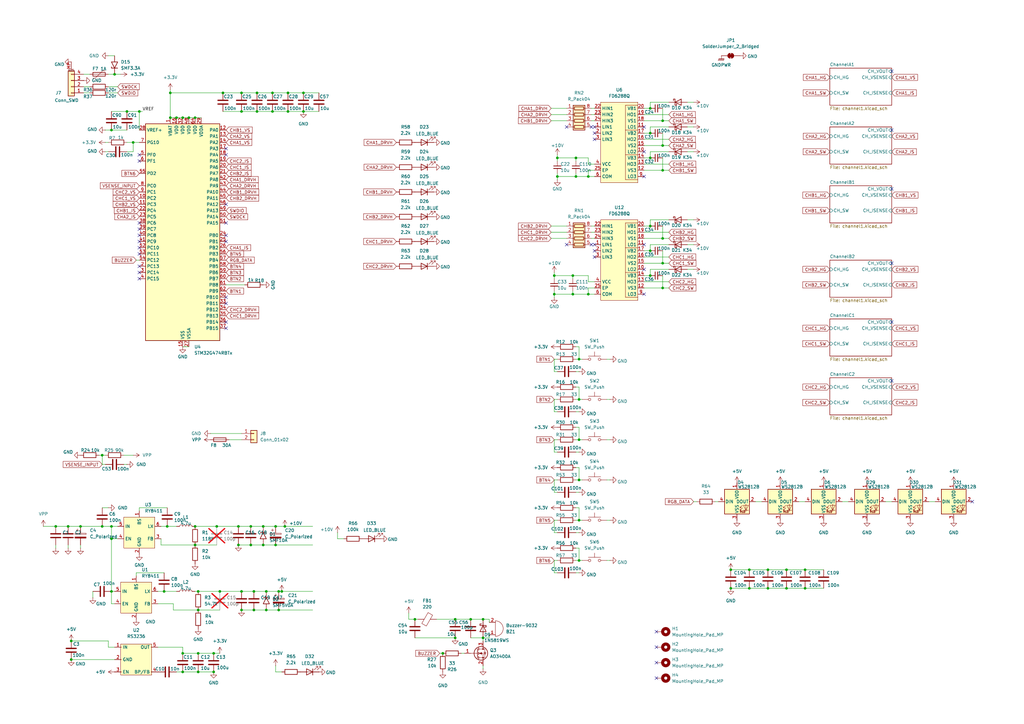
<source format=kicad_sch>
(kicad_sch (version 20250114) (generator "eeschema") (generator_version "9.0")
  (paper "A3")
  (junction (at 57.15 45.72))
  (junction (at 198.12 254))
  (junction (at 45.72 215.9))
  (junction (at 115.57 242.57))
  (junction (at 234.95 113.03))
  (junction (at 45.72 220.98))
  (junction (at 116.84 215.9))
  (junction (at 124.46 38.1))
  (junction (at 81.28 275.59))
  (junction (at 105.41 38.1))
  (junction (at 111.76 45.72))
  (junction (at 29.21 270.51))
  (junction (at 271.78 107.95))
  (junction (at 322.58 233.68))
  (junction (at 266.7 102.87))
  (junction (at 80.01 223.52))
  (junction (at 237.49 163.83))
  (junction (at 307.34 241.3))
  (junction (at 227.33 113.03))
  (junction (at 114.3 242.57))
  (junction (at 314.96 233.68))
  (junction (at 170.18 254))
  (junction (at 88.9 215.9))
  (junction (at 99.06 242.57))
  (junction (at 104.14 242.57))
  (junction (at 67.31 242.57))
  (junction (at 241.3 120.65))
  (junction (at 228.6 64.77))
  (junction (at 271.78 49.53))
  (junction (at 22.86 215.9))
  (junction (at 107.95 215.9))
  (junction (at 307.34 233.68))
  (junction (at 237.49 229.87))
  (junction (at 69.85 48.26))
  (junction (at 271.78 118.11))
  (junction (at 109.22 242.57))
  (junction (at 81.28 250.19))
  (junction (at 237.49 147.32))
  (junction (at 114.3 250.19))
  (junction (at 237.49 213.36))
  (junction (at 111.76 38.1))
  (junction (at 266.7 54.61))
  (junction (at 118.11 45.72))
  (junction (at 52.07 45.72))
  (junction (at 69.85 38.1))
  (junction (at 97.79 215.9))
  (junction (at 124.46 45.72))
  (junction (at 99.06 250.19))
  (junction (at 74.93 48.26))
  (junction (at 186.69 261.62))
  (junction (at 105.41 45.72))
  (junction (at 91.44 38.1))
  (junction (at 266.7 44.45))
  (junction (at 97.79 223.52))
  (junction (at 113.03 223.52))
  (junction (at 80.01 215.9))
  (junction (at 68.58 215.9))
  (junction (at 102.87 215.9))
  (junction (at 271.78 59.69))
  (junction (at 74.93 275.59))
  (junction (at 330.2 241.3))
  (junction (at 271.78 97.79))
  (junction (at 266.7 92.71))
  (junction (at 299.72 233.68))
  (junction (at 81.28 242.57))
  (junction (at 113.03 215.9))
  (junction (at 236.22 72.39))
  (junction (at 27.94 215.9))
  (junction (at 99.06 38.1))
  (junction (at 237.49 196.85))
  (junction (at 271.78 69.85))
  (junction (at 227.33 120.65))
  (junction (at 45.72 53.34))
  (junction (at 33.02 215.9))
  (junction (at 74.93 267.97))
  (junction (at 87.63 267.97))
  (junction (at 80.01 48.26))
  (junction (at 45.72 242.57))
  (junction (at 181.61 267.97))
  (junction (at 118.11 38.1))
  (junction (at 90.17 242.57))
  (junction (at 234.95 120.65))
  (junction (at 77.47 48.26))
  (junction (at 241.3 72.39))
  (junction (at 107.95 223.52))
  (junction (at 322.58 241.3))
  (junction (at 237.49 180.34))
  (junction (at 87.63 275.59))
  (junction (at 236.22 64.77))
  (junction (at 193.04 254))
  (junction (at 41.91 215.9))
  (junction (at 29.21 262.89))
  (junction (at 314.96 241.3))
  (junction (at 99.06 45.72))
  (junction (at 266.7 113.03))
  (junction (at 330.2 233.68))
  (junction (at 198.12 261.62))
  (junction (at 228.6 72.39))
  (junction (at 41.91 186.69))
  (junction (at 266.7 64.77))
  (junction (at 109.22 250.19))
  (junction (at 104.14 250.19))
  (junction (at 102.87 223.52))
  (junction (at 299.72 241.3))
  (junction (at 54.61 58.42))
  (junction (at 81.28 267.97))
  (junction (at 72.39 48.26))
  (junction (at 186.69 254))
  (junction (at 46.99 30.48))
  (no_connect (at 92.71 121.92))
  (no_connect (at 365.76 132.08))
  (no_connect (at 264.16 120.65))
  (no_connect (at 92.71 132.08))
  (no_connect (at 92.71 60.96))
  (no_connect (at 269.24 265.43))
  (no_connect (at 365.76 77.47))
  (no_connect (at 57.15 63.5))
  (no_connect (at 92.71 91.44))
  (no_connect (at 264.16 62.23))
  (no_connect (at 243.84 54.61))
  (no_connect (at 365.76 29.21))
  (no_connect (at 92.71 83.82))
  (no_connect (at 57.15 66.04))
  (no_connect (at 232.41 52.07))
  (no_connect (at 57.15 93.98))
  (no_connect (at 365.76 156.21))
  (no_connect (at 365.76 107.95))
  (no_connect (at 398.78 205.74))
  (no_connect (at 57.15 109.22))
  (no_connect (at 57.15 101.6))
  (no_connect (at 92.71 96.52))
  (no_connect (at 92.71 134.62))
  (no_connect (at 57.15 104.14))
  (no_connect (at 269.24 278.13))
  (no_connect (at 243.84 57.15))
  (no_connect (at 57.15 111.76))
  (no_connect (at 57.15 96.52))
  (no_connect (at 57.15 114.3))
  (no_connect (at 92.71 63.5))
  (no_connect (at 242.57 100.33))
  (no_connect (at 365.76 53.34))
  (no_connect (at 269.24 259.08))
  (no_connect (at 92.71 99.06))
  (no_connect (at 242.57 52.07))
  (no_connect (at 57.15 99.06))
  (no_connect (at 264.16 110.49))
  (no_connect (at 243.84 102.87))
  (no_connect (at 264.16 100.33))
  (no_connect (at 269.24 271.78))
  (no_connect (at 232.41 100.33))
  (no_connect (at 243.84 52.07))
  (no_connect (at 264.16 72.39))
  (no_connect (at 243.84 105.41))
  (no_connect (at 264.16 52.07))
  (no_connect (at 57.15 91.44))
  (no_connect (at 92.71 124.46))
  (no_connect (at 243.84 100.33))
  (wire (pts (xy 116.84 215.9) (xy 128.27 215.9)))
  (wire (pts (xy 111.76 45.72) (xy 118.11 45.72)))
  (wire (pts (xy 322.58 241.3) (xy 330.2 241.3)))
  (wire (pts (xy 80.01 242.57) (xy 81.28 242.57)))
  (wire (pts (xy 52.07 45.72) (xy 57.15 45.72)))
  (wire (pts (xy 81.28 267.97) (xy 87.63 267.97)))
  (wire (pts (xy 271.78 118.11) (xy 274.32 118.11)))
  (wire (pts (xy 193.04 261.62) (xy 198.12 261.62)))
  (wire (pts (xy 118.11 38.1) (xy 124.46 38.1)))
  (wire (pts (xy 330.2 241.3) (xy 337.82 241.3)))
  (wire (pts (xy 45.72 53.34) (xy 52.07 53.34)))
  (wire (pts (xy 138.43 220.98) (xy 140.97 220.98)))
  (wire (pts (xy 228.6 180.34) (xy 227.33 180.34)))
  (wire (pts (xy 236.22 168.91) (xy 237.49 168.91)))
  (wire (pts (xy 113.03 275.59) (xy 115.57 275.59)))
  (wire (pts (xy 48.26 38.1) (xy 44.45 38.1)))
  (wire (pts (xy 264.16 46.99) (xy 274.32 46.99)))
  (wire (pts (xy 243.84 69.85) (xy 241.3 69.85)))
  (wire (pts (xy 193.04 254) (xy 198.12 254)))
  (wire (pts (xy 242.57 46.99) (xy 243.84 46.99)))
  (wire (pts (xy 284.48 205.74) (xy 285.75 205.74)))
  (wire (pts (xy 271.78 44.45) (xy 271.78 49.53)))
  (wire (pts (xy 74.93 142.24) (xy 77.47 142.24)))
  (wire (pts (xy 198.12 261.62) (xy 198.12 262.89)))
  (wire (pts (xy 64.77 247.65) (xy 71.12 247.65)))
  (wire (pts (xy 248.92 163.83) (xy 250.19 163.83)))
  (wire (pts (xy 266.7 54.61) (xy 264.16 54.61)))
  (wire (pts (xy 228.6 64.77) (xy 228.6 66.04)))
  (wire (pts (xy 243.84 118.11) (xy 241.3 118.11)))
  (wire (pts (xy 236.22 142.24) (xy 237.49 142.24)))
  (wire (pts (xy 115.57 242.57) (xy 128.27 242.57)))
  (wire (pts (xy 227.33 113.03) (xy 234.95 113.03)))
  (wire (pts (xy 236.22 201.93) (xy 237.49 201.93)))
  (wire (pts (xy 66.04 223.52) (xy 80.01 223.52)))
  (wire (pts (xy 266.7 100.33) (xy 274.32 100.33)))
  (wire (pts (xy 284.48 52.07) (xy 281.94 52.07)))
  (wire (pts (xy 266.7 113.03) (xy 264.16 113.03)))
  (wire (pts (xy 330.2 233.68) (xy 337.82 233.68)))
  (wire (pts (xy 81.28 250.19) (xy 90.17 250.19)))
  (wire (pts (xy 248.92 196.85) (xy 250.19 196.85)))
  (wire (pts (xy 236.22 224.79) (xy 237.49 224.79)))
  (wire (pts (xy 111.76 38.1) (xy 118.11 38.1)))
  (wire (pts (xy 48.26 35.56) (xy 44.45 35.56)))
  (wire (pts (xy 322.58 233.68) (xy 330.2 233.68)))
  (wire (pts (xy 124.46 45.72) (xy 130.81 45.72)))
  (wire (pts (xy 41.91 215.9) (xy 45.72 215.9)))
  (wire (pts (xy 242.57 95.25) (xy 243.84 95.25)))
  (wire (pts (xy 234.95 119.38) (xy 234.95 120.65)))
  (wire (pts (xy 198.12 261.62) (xy 200.66 261.62)))
  (wire (pts (xy 271.78 102.87) (xy 271.78 107.95)))
  (wire (pts (xy 113.03 223.52) (xy 128.27 223.52)))
  (wire (pts (xy 64.77 265.43) (xy 74.93 265.43)))
  (wire (pts (xy 236.22 229.87) (xy 237.49 229.87)))
  (wire (pts (xy 91.44 45.72) (xy 99.06 45.72)))
  (wire (pts (xy 45.72 215.9) (xy 48.26 215.9)))
  (wire (pts (xy 237.49 213.36) (xy 238.76 213.36)))
  (wire (pts (xy 236.22 175.26) (xy 237.49 175.26)))
  (wire (pts (xy 105.41 38.1) (xy 111.76 38.1)))
  (wire (pts (xy 266.7 52.07) (xy 274.32 52.07)))
  (wire (pts (xy 383.54 205.74) (xy 381 205.74)))
  (wire (pts (xy 81.28 242.57) (xy 90.17 242.57)))
  (wire (pts (xy 237.49 158.75) (xy 237.49 163.83)))
  (wire (pts (xy 266.7 64.77) (xy 264.16 64.77)))
  (wire (pts (xy 29.21 270.51) (xy 46.99 270.51)))
  (wire (pts (xy 102.87 223.52) (xy 107.95 223.52)))
  (wire (pts (xy 227.33 185.42) (xy 228.6 185.42)))
  (wire (pts (xy 113.03 215.9) (xy 116.84 215.9)))
  (wire (pts (xy 264.16 107.95) (xy 271.78 107.95)))
  (wire (pts (xy 99.06 242.57) (xy 104.14 242.57)))
  (wire (pts (xy 109.22 250.19) (xy 104.14 250.19)))
  (wire (pts (xy 99.06 45.72) (xy 105.41 45.72)))
  (wire (pts (xy 266.7 113.03) (xy 266.7 110.49)))
  (wire (pts (xy 55.88 234.95) (xy 67.31 234.95)))
  (wire (pts (xy 66.04 220.98) (xy 66.04 223.52)))
  (wire (pts (xy 347.98 205.74) (xy 345.44 205.74)))
  (wire (pts (xy 307.34 241.3) (xy 314.96 241.3)))
  (wire (pts (xy 226.06 44.45) (xy 232.41 44.45)))
  (wire (pts (xy 227.33 120.65) (xy 227.33 121.92)))
  (wire (pts (xy 41.91 186.69) (xy 43.18 186.69)))
  (wire (pts (xy 138.43 218.44) (xy 138.43 220.98)))
  (wire (pts (xy 33.02 224.79) (xy 33.02 223.52)))
  (wire (pts (xy 236.22 180.34) (xy 237.49 180.34)))
  (wire (pts (xy 264.16 49.53) (xy 271.78 49.53)))
  (wire (pts (xy 237.49 208.28) (xy 237.49 213.36)))
  (wire (pts (xy 264.16 105.41) (xy 274.32 105.41)))
  (wire (pts (xy 40.64 186.69) (xy 41.91 186.69)))
  (wire (pts (xy 248.92 180.34) (xy 250.19 180.34)))
  (wire (pts (xy 241.3 118.11) (xy 241.3 120.65)))
  (wire (pts (xy 107.95 223.52) (xy 113.03 223.52)))
  (wire (pts (xy 186.69 254) (xy 193.04 254)))
  (wire (pts (xy 44.45 262.89) (xy 44.45 265.43)))
  (wire (pts (xy 236.22 163.83) (xy 237.49 163.83)))
  (wire (pts (xy 54.61 186.69) (xy 50.8 186.69)))
  (wire (pts (xy 248.92 229.87) (xy 250.19 229.87)))
  (wire (pts (xy 100.33 116.84) (xy 92.71 116.84)))
  (wire (pts (xy 227.33 218.44) (xy 228.6 218.44)))
  (wire (pts (xy 71.12 250.19) (xy 81.28 250.19)))
  (wire (pts (xy 22.86 224.79) (xy 22.86 223.52)))
  (wire (pts (xy 284.48 62.23) (xy 281.94 62.23)))
  (wire (pts (xy 45.72 220.98) (xy 48.26 220.98)))
  (wire (pts (xy 45.72 242.57) (xy 45.72 247.65)))
  (wire (pts (xy 314.96 233.68) (xy 322.58 233.68)))
  (wire (pts (xy 228.6 71.12) (xy 228.6 72.39)))
  (wire (pts (xy 266.7 92.71) (xy 266.7 90.17)))
  (wire (pts (xy 29.21 262.89) (xy 44.45 262.89)))
  (wire (pts (xy 46.99 247.65) (xy 45.72 247.65)))
  (wire (pts (xy 264.16 118.11) (xy 271.78 118.11)))
  (wire (pts (xy 57.15 53.34) (xy 57.15 45.72)))
  (wire (pts (xy 271.78 59.69) (xy 274.32 59.69)))
  (wire (pts (xy 22.86 215.9) (xy 27.94 215.9)))
  (wire (pts (xy 45.72 242.57) (xy 46.99 242.57)))
  (wire (pts (xy 241.3 67.31) (xy 243.84 67.31)))
  (wire (pts (xy 228.6 72.39) (xy 228.6 73.66)))
  (wire (pts (xy 227.33 111.76) (xy 227.33 113.03)))
  (wire (pts (xy 242.57 44.45) (xy 243.84 44.45)))
  (wire (pts (xy 228.6 163.83) (xy 227.33 163.83)))
  (wire (pts (xy 74.93 275.59) (xy 72.39 275.59)))
  (wire (pts (xy 44.45 22.86) (xy 46.99 22.86)))
  (wire (pts (xy 236.22 196.85) (xy 237.49 196.85)))
  (wire (pts (xy 198.12 254) (xy 200.66 254)))
  (wire (pts (xy 264.16 97.79) (xy 271.78 97.79)))
  (wire (pts (xy 271.78 107.95) (xy 274.32 107.95)))
  (wire (pts (xy 93.98 180.34) (xy 99.06 180.34)))
  (wire (pts (xy 45.72 220.98) (xy 45.72 242.57)))
  (wire (pts (xy 105.41 45.72) (xy 111.76 45.72)))
  (wire (pts (xy 43.18 190.5) (xy 41.91 190.5)))
  (wire (pts (xy 237.49 180.34) (xy 238.76 180.34)))
  (wire (pts (xy 314.96 241.3) (xy 322.58 241.3)))
  (wire (pts (xy 80.01 48.26) (xy 82.55 48.26)))
  (wire (pts (xy 307.34 233.68) (xy 314.96 233.68)))
  (wire (pts (xy 284.48 110.49) (xy 281.94 110.49)))
  (wire (pts (xy 43.18 58.42) (xy 44.45 58.42)))
  (wire (pts (xy 236.22 64.77) (xy 236.22 66.04)))
  (wire (pts (xy 237.49 229.87) (xy 238.76 229.87)))
  (wire (pts (xy 44.45 265.43) (xy 46.99 265.43)))
  (wire (pts (xy 226.06 92.71) (xy 232.41 92.71)))
  (wire (pts (xy 167.64 254) (xy 170.18 254)))
  (wire (pts (xy 107.95 215.9) (xy 113.03 215.9)))
  (wire (pts (xy 237.49 175.26) (xy 237.49 180.34)))
  (wire (pts (xy 236.22 191.77) (xy 237.49 191.77)))
  (wire (pts (xy 264.16 95.25) (xy 274.32 95.25)))
  (wire (pts (xy 227.33 119.38) (xy 227.33 120.65)))
  (wire (pts (xy 55.88 236.22) (xy 55.88 234.95)))
  (wire (pts (xy 236.22 208.28) (xy 237.49 208.28)))
  (wire (pts (xy 271.78 54.61) (xy 271.78 59.69)))
  (wire (pts (xy 17.78 215.9) (xy 22.86 215.9)))
  (wire (pts (xy 266.7 92.71) (xy 264.16 92.71)))
  (wire (pts (xy 266.7 44.45) (xy 264.16 44.45)))
  (wire (pts (xy 104.14 250.19) (xy 99.06 250.19)))
  (wire (pts (xy 68.58 215.9) (xy 72.39 215.9)))
  (wire (pts (xy 226.06 97.79) (xy 232.41 97.79)))
  (wire (pts (xy 227.33 120.65) (xy 234.95 120.65)))
  (wire (pts (xy 237.49 142.24) (xy 237.49 147.32)))
  (wire (pts (xy 27.94 224.79) (xy 27.94 223.52)))
  (wire (pts (xy 54.61 58.42) (xy 57.15 58.42)))
  (wire (pts (xy 234.95 113.03) (xy 241.3 113.03)))
  (wire (pts (xy 227.33 163.83) (xy 227.33 168.91)))
  (wire (pts (xy 71.12 247.65) (xy 71.12 250.19)))
  (wire (pts (xy 45.72 215.9) (xy 45.72 220.98)))
  (wire (pts (xy 266.7 54.61) (xy 266.7 52.07)))
  (wire (pts (xy 52.07 58.42) (xy 54.61 58.42)))
  (wire (pts (xy 68.58 215.9) (xy 66.04 215.9)))
  (wire (pts (xy 200.66 254) (xy 200.66 255.27)))
  (wire (pts (xy 45.72 45.72) (xy 52.07 45.72)))
  (wire (pts (xy 248.92 213.36) (xy 250.19 213.36)))
  (wire (pts (xy 57.15 208.28) (xy 68.58 208.28)))
  (wire (pts (xy 266.7 90.17) (xy 274.32 90.17)))
  (wire (pts (xy 179.07 254) (xy 186.69 254)))
  (wire (pts (xy 264.16 69.85) (xy 271.78 69.85)))
  (wire (pts (xy 236.22 185.42) (xy 237.49 185.42)))
  (wire (pts (xy 43.18 53.34) (xy 45.72 53.34)))
  (wire (pts (xy 236.22 64.77) (xy 241.3 64.77)))
  (wire (pts (xy 266.7 62.23) (xy 274.32 62.23)))
  (wire (pts (xy 99.06 38.1) (xy 105.41 38.1)))
  (wire (pts (xy 167.64 251.46) (xy 167.64 254)))
  (wire (pts (xy 266.7 102.87) (xy 264.16 102.87)))
  (wire (pts (xy 104.14 242.57) (xy 109.22 242.57)))
  (wire (pts (xy 293.37 205.74) (xy 294.64 205.74)))
  (wire (pts (xy 312.42 205.74) (xy 309.88 205.74)))
  (wire (pts (xy 86.36 177.8) (xy 99.06 177.8)))
  (wire (pts (xy 97.79 223.52) (xy 102.87 223.52)))
  (wire (pts (xy 41.91 190.5) (xy 41.91 186.69)))
  (wire (pts (xy 118.11 45.72) (xy 124.46 45.72)))
  (wire (pts (xy 242.57 97.79) (xy 243.84 97.79)))
  (wire (pts (xy 227.33 168.91) (xy 228.6 168.91)))
  (wire (pts (xy 365.76 205.74) (xy 363.22 205.74)))
  (wire (pts (xy 236.22 213.36) (xy 237.49 213.36)))
  (wire (pts (xy 237.49 224.79) (xy 237.49 229.87)))
  (wire (pts (xy 80.01 215.9) (xy 88.9 215.9)))
  (wire (pts (xy 228.6 229.87) (xy 227.33 229.87)))
  (wire (pts (xy 227.33 196.85) (xy 227.33 201.93)))
  (wire (pts (xy 227.33 213.36) (xy 227.33 218.44)))
  (wire (pts (xy 38.1 245.11) (xy 38.1 242.57)))
  (wire (pts (xy 241.3 64.77) (xy 241.3 67.31)))
  (wire (pts (xy 97.79 215.9) (xy 102.87 215.9)))
  (wire (pts (xy 52.07 62.23) (xy 54.61 62.23)))
  (wire (pts (xy 241.3 69.85) (xy 241.3 72.39)))
  (wire (pts (xy 102.87 215.9) (xy 107.95 215.9)))
  (wire (pts (xy 242.57 49.53) (xy 243.84 49.53)))
  (wire (pts (xy 180.34 267.97) (xy 181.61 267.97)))
  (wire (pts (xy 237.49 163.83) (xy 238.76 163.83)))
  (wire (pts (xy 114.3 250.19) (xy 128.27 250.19)))
  (wire (pts (xy 299.72 233.68) (xy 307.34 233.68)))
  (wire (pts (xy 236.22 147.32) (xy 237.49 147.32)))
  (wire (pts (xy 227.33 113.03) (xy 227.33 114.3)))
  (wire (pts (xy 228.6 196.85) (xy 227.33 196.85)))
  (wire (pts (xy 228.6 147.32) (xy 227.33 147.32)))
  (wire (pts (xy 87.63 267.97) (xy 90.17 267.97)))
  (wire (pts (xy 227.33 234.95) (xy 228.6 234.95)))
  (wire (pts (xy 236.22 158.75) (xy 237.49 158.75)))
  (wire (pts (xy 200.66 260.35) (xy 200.66 261.62)))
  (wire (pts (xy 266.7 44.45) (xy 266.7 41.91)))
  (wire (pts (xy 228.6 63.5) (xy 228.6 64.77)))
  (wire (pts (xy 50.8 190.5) (xy 52.07 190.5)))
  (wire (pts (xy 74.93 267.97) (xy 81.28 267.97)))
  (wire (pts (xy 170.18 261.62) (xy 186.69 261.62)))
  (wire (pts (xy 299.72 241.3) (xy 307.34 241.3)))
  (wire (pts (xy 69.85 48.26) (xy 72.39 48.26)))
  (wire (pts (xy 33.02 215.9) (xy 41.91 215.9)))
  (wire (pts (xy 237.49 147.32) (xy 238.76 147.32)))
  (wire (pts (xy 69.85 38.1) (xy 91.44 38.1)))
  (wire (pts (xy 271.78 113.03) (xy 271.78 118.11)))
  (wire (pts (xy 72.39 48.26) (xy 74.93 48.26)))
  (wire (pts (xy 271.78 92.71) (xy 271.78 97.79)))
  (wire (pts (xy 228.6 213.36) (xy 227.33 213.36)))
  (wire (pts (xy 236.22 234.95) (xy 237.49 234.95)))
  (wire (pts (xy 266.7 110.49) (xy 274.32 110.49)))
  (wire (pts (xy 109.22 242.57) (xy 114.3 242.57)))
  (wire (pts (xy 237.49 191.77) (xy 237.49 196.85)))
  (wire (pts (xy 236.22 71.12) (xy 236.22 72.39)))
  (wire (pts (xy 226.06 49.53) (xy 232.41 49.53)))
  (wire (pts (xy 67.31 242.57) (xy 72.39 242.57)))
  (wire (pts (xy 80.01 223.52) (xy 88.9 223.52)))
  (wire (pts (xy 55.88 106.68) (xy 57.15 106.68)))
  (wire (pts (xy 91.44 38.1) (xy 99.06 38.1)))
  (wire (pts (xy 237.49 196.85) (xy 238.76 196.85)))
  (wire (pts (xy 266.7 41.91) (xy 274.32 41.91)))
  (wire (pts (xy 241.3 115.57) (xy 243.84 115.57)))
  (wire (pts (xy 227.33 180.34) (xy 227.33 185.42)))
  (wire (pts (xy 74.93 265.43) (xy 74.93 267.97)))
  (wire (pts (xy 266.7 64.77) (xy 266.7 62.23)))
  (wire (pts (xy 36.83 38.1) (xy 34.29 38.1)))
  (wire (pts (xy 241.3 113.03) (xy 241.3 115.57)))
  (wire (pts (xy 264.16 67.31) (xy 274.32 67.31)))
  (wire (pts (xy 113.03 273.05) (xy 113.03 275.59)))
  (wire (pts (xy 271.78 64.77) (xy 271.78 69.85)))
  (wire (pts (xy 57.15 209.55) (xy 57.15 208.28)))
  (wire (pts (xy 124.46 38.1) (xy 130.81 38.1)))
  (wire (pts (xy 241.3 120.65) (xy 243.84 120.65)))
  (wire (pts (xy 69.85 38.1) (xy 69.85 48.26)))
  (wire (pts (xy 43.18 62.23) (xy 44.45 62.23)))
  (wire (pts (xy 264.16 115.57) (xy 274.32 115.57)))
  (wire (pts (xy 90.17 242.57) (xy 99.06 242.57)))
  (wire (pts (xy 234.95 120.65) (xy 241.3 120.65)))
  (wire (pts (xy 236.22 152.4) (xy 237.49 152.4)))
  (wire (pts (xy 284.48 41.91) (xy 281.94 41.91)))
  (wire (pts (xy 198.12 274.32) (xy 198.12 273.05)))
  (wire (pts (xy 57.15 45.72) (xy 58.42 45.72)))
  (wire (pts (xy 36.83 30.48) (xy 34.29 30.48)))
  (wire (pts (xy 330.2 205.74) (xy 327.66 205.74)))
  (wire (pts (xy 264.16 57.15) (xy 274.32 57.15)))
  (wire (pts (xy 241.3 72.39) (xy 243.84 72.39)))
  (wire (pts (xy 36.83 35.56) (xy 34.29 35.56)))
  (wire (pts (xy 226.06 46.99) (xy 232.41 46.99)))
  (wire (pts (xy 271.78 49.53) (xy 274.32 49.53)))
  (wire (pts (xy 54.61 58.42) (xy 54.61 62.23)))
  (wire (pts (xy 227.33 201.93) (xy 228.6 201.93)))
  (wire (pts (xy 67.31 242.57) (xy 64.77 242.57)))
  (wire (pts (xy 248.92 147.32) (xy 250.19 147.32)))
  (wire (pts (xy 46.99 30.48) (xy 44.45 30.48)))
  (wire (pts (xy 114.3 250.19) (xy 109.22 250.19)))
  (wire (pts (xy 236.22 72.39) (xy 241.3 72.39)))
  (wire (pts (xy 227.33 229.87) (xy 227.33 234.95)))
  (wire (pts (xy 170.18 254) (xy 171.45 254)))
  (wire (pts (xy 264.16 59.69) (xy 271.78 59.69)))
  (wire (pts (xy 227.33 152.4) (xy 228.6 152.4)))
  (wire (pts (xy 88.9 215.9) (xy 97.79 215.9)))
  (wire (pts (xy 271.78 69.85) (xy 274.32 69.85)))
  (wire (pts (xy 284.48 100.33) (xy 281.94 100.33)))
  (wire (pts (xy 74.93 275.59) (xy 81.28 275.59)))
  (wire (pts (xy 236.22 218.44) (xy 237.49 218.44)))
  (wire (pts (xy 227.33 147.32) (xy 227.33 152.4)))
  (wire (pts (xy 228.6 72.39) (xy 236.22 72.39)))
  (wire (pts (xy 189.23 267.97) (xy 190.5 267.97)))
  (wire (pts (xy 27.94 215.9) (xy 33.02 215.9)))
  (wire (pts (xy 234.95 113.03) (xy 234.95 114.3)))
  (wire (pts (xy 271.78 97.79) (xy 274.32 97.79)))
  (wire (pts (xy 69.85 36.83) (xy 69.85 38.1)))
  (wire (pts (xy 228.6 64.77) (xy 236.22 64.77)))
  (wire (pts (xy 226.06 95.25) (xy 232.41 95.25)))
  (wire (pts (xy 49.53 30.48) (xy 46.99 30.48)))
  (wire (pts (xy 266.7 102.87) (xy 266.7 100.33)))
  (wire (pts (xy 284.48 90.17) (xy 281.94 90.17)))
  (wire (pts (xy 44.45 208.28) (xy 41.91 208.28)))
  (wire (pts (xy 74.93 48.26) (xy 77.47 48.26)))
  (wire (pts (xy 114.3 242.57) (xy 115.57 242.57)))
  (wire (pts (xy 81.28 275.59) (xy 87.63 275.59)))
  (wire (pts (xy 77.47 48.26) (xy 80.01 48.26)))
  (wire (pts (xy 242.57 92.71) (xy 243.84 92.71)))
  (label "VREF" (at 58.42 45.72 0))
  (global_label "CHC2_SW" (shape input) (at 274.32 118.11 0) (property "Intersheetrefs" "${INTERSHEET_REFS}" (effects (hide yes))))
  (global_label "CHB2_HG" (shape input) (at 340.36 110.49 180) (property "Intersheetrefs" "${INTERSHEET_REFS}" (effects (hide yes))))
  (global_label "CHC1_SW" (shape input) (at 340.36 140.97 180) (property "Intersheetrefs" "${INTERSHEET_REFS}" (effects (hide yes))))
  (global_label "CHB2_IS" (shape input) (at 92.71 71.12 0) (property "Intersheetrefs" "${INTERSHEET_REFS}" (effects (hide yes))))
  (global_label "CHC2_DRVH" (shape input) (at 226.06 97.79 180) (property "Intersheetrefs" "${INTERSHEET_REFS}" (effects (hide yes))))
  (global_label "SWDCK" (shape input) (at 48.26 35.56 0) (property "Intersheetrefs" "${INTERSHEET_REFS}" (effects (hide yes))))
  (global_label "CHB1_DRVH" (shape input) (at 92.71 78.74 0) (property "Intersheetrefs" "${INTERSHEET_REFS}" (effects (hide yes))))
  (global_label "CHC2_IS" (shape input) (at 365.76 165.1 0) (property "Intersheetrefs" "${INTERSHEET_REFS}" (effects (hide yes))))
  (global_label "CHC2_HG" (shape input) (at 274.32 115.57 0) (property "Intersheetrefs" "${INTERSHEET_REFS}" (effects (hide yes))))
  (global_label "CHB1_SW" (shape input) (at 274.32 69.85 0) (property "Intersheetrefs" "${INTERSHEET_REFS}" (effects (hide yes))))
  (global_label "CHB1_DRVH" (shape input) (at 226.06 49.53 180) (property "Intersheetrefs" "${INTERSHEET_REFS}" (effects (hide yes))))
  (global_label "CHA1_DRVH" (shape input) (at 92.71 73.66 0) (property "Intersheetrefs" "${INTERSHEET_REFS}" (effects (hide yes))))
  (global_label "CHB2_DRVH" (shape input) (at 92.71 81.28 0) (property "Intersheetrefs" "${INTERSHEET_REFS}" (effects (hide yes))))
  (global_label "CHB1_IS" (shape input) (at 365.76 86.36 0) (property "Intersheetrefs" "${INTERSHEET_REFS}" (effects (hide yes))))
  (global_label "CHA1_VS" (shape input) (at 365.76 31.75 0) (property "Intersheetrefs" "${INTERSHEET_REFS}" (effects (hide yes))))
  (global_label "CHA2_DRVH" (shape input) (at 226.06 46.99 180) (property "Intersheetrefs" "${INTERSHEET_REFS}" (effects (hide yes))))
  (global_label "CHC1_HG" (shape input) (at 274.32 105.41 0) (property "Intersheetrefs" "${INTERSHEET_REFS}" (effects (hide yes))))
  (global_label "CHC2_DRVH" (shape input) (at 92.71 127 0) (property "Intersheetrefs" "${INTERSHEET_REFS}" (effects (hide yes))))
  (global_label "CHC1_HG" (shape input) (at 340.36 134.62 180) (property "Intersheetrefs" "${INTERSHEET_REFS}" (effects (hide yes))))
  (global_label "CHB1_VS" (shape input) (at 92.71 53.34 0) (property "Intersheetrefs" "${INTERSHEET_REFS}" (effects (hide yes))))
  (global_label "CHA2_SW" (shape input) (at 274.32 59.69 0) (property "Intersheetrefs" "${INTERSHEET_REFS}" (effects (hide yes))))
  (global_label "CHA2_IS" (shape input) (at 57.15 88.9 180) (property "Intersheetrefs" "${INTERSHEET_REFS}" (effects (hide yes))))
  (global_label "SWDIO" (shape input) (at 92.71 86.36 0) (property "Intersheetrefs" "${INTERSHEET_REFS}" (effects (hide yes))))
  (global_label "CHA2_DRVH" (shape input) (at 92.71 76.2 0) (property "Intersheetrefs" "${INTERSHEET_REFS}" (effects (hide yes))))
  (global_label "BTN6" (shape input) (at 227.33 229.87 180) (property "Intersheetrefs" "${INTERSHEET_REFS}" (effects (hide yes))))
  (global_label "VSENSE_INPUT" (shape input) (at 57.15 76.2 180) (property "Intersheetrefs" "${INTERSHEET_REFS}" (effects (hide yes))))
  (global_label "CHC2_DRVH" (shape input) (at 162.56 109.22 180) (property "Intersheetrefs" "${INTERSHEET_REFS}" (effects (hide yes))))
  (global_label "SWDIO" (shape input) (at 48.26 38.1 0) (property "Intersheetrefs" "${INTERSHEET_REFS}" (effects (hide yes))))
  (global_label "BTN1" (shape input) (at 92.71 119.38 0) (property "Intersheetrefs" "${INTERSHEET_REFS}" (effects (hide yes))))
  (global_label "CHB2_HG" (shape input) (at 274.32 95.25 0) (property "Intersheetrefs" "${INTERSHEET_REFS}" (effects (hide yes))))
  (global_label "CHA2_VS" (shape input) (at 92.71 55.88 0) (property "Intersheetrefs" "${INTERSHEET_REFS}" (effects (hide yes))))
  (global_label "CHB1_HG" (shape input) (at 274.32 67.31 0) (property "Intersheetrefs" "${INTERSHEET_REFS}" (effects (hide yes))))
  (global_label "CHB1_VS" (shape input) (at 365.76 80.01 0) (property "Intersheetrefs" "${INTERSHEET_REFS}" (effects (hide yes))))
  (global_label "SWDCK" (shape input) (at 92.71 88.9 0) (property "Intersheetrefs" "${INTERSHEET_REFS}" (effects (hide yes))))
  (global_label "BTN6" (shape input) (at 57.15 71.12 180) (property "Intersheetrefs" "${INTERSHEET_REFS}" (effects (hide yes))))
  (global_label "CHC1_DRVH" (shape input) (at 226.06 95.25 180) (property "Intersheetrefs" "${INTERSHEET_REFS}" (effects (hide yes))))
  (global_label "CHA2_IS" (shape input) (at 365.76 62.23 0) (property "Intersheetrefs" "${INTERSHEET_REFS}" (effects (hide yes))))
  (global_label "RGB_DATA" (shape input) (at 284.48 205.74 180) (property "Intersheetrefs" "${INTERSHEET_REFS}" (effects (hide yes))))
  (global_label "CHA2_SW" (shape input) (at 340.36 62.23 180) (property "Intersheetrefs" "${INTERSHEET_REFS}" (effects (hide yes))))
  (global_label "CHB1_IS" (shape input) (at 57.15 86.36 180) (property "Intersheetrefs" "${INTERSHEET_REFS}" (effects (hide yes))))
  (global_label "CHC2_VS" (shape input) (at 57.15 78.74 180) (property "Intersheetrefs" "${INTERSHEET_REFS}" (effects (hide yes))))
  (global_label "BTN2" (shape input) (at 92.71 114.3 0) (property "Intersheetrefs" "${INTERSHEET_REFS}" (effects (hide yes))))
  (global_label "CHC1_VS" (shape input) (at 57.15 81.28 180) (property "Intersheetrefs" "${INTERSHEET_REFS}" (effects (hide yes))))
  (global_label "CHC1_SW" (shape input) (at 274.32 107.95 0) (property "Intersheetrefs" "${INTERSHEET_REFS}" (effects (hide yes))))
  (global_label "CHA2_HG" (shape input) (at 274.32 57.15 0) (property "Intersheetrefs" "${INTERSHEET_REFS}" (effects (hide yes))))
  (global_label "CHB2_DRVH" (shape input) (at 226.06 92.71 180) (property "Intersheetrefs" "${INTERSHEET_REFS}" (effects (hide yes))))
  (global_label "CHC2_VS" (shape input) (at 365.76 158.75 0) (property "Intersheetrefs" "${INTERSHEET_REFS}" (effects (hide yes))))
  (global_label "CHC1_DRVH" (shape input) (at 92.71 129.54 0) (property "Intersheetrefs" "${INTERSHEET_REFS}" (effects (hide yes))))
  (global_label "BTN5" (shape input) (at 92.71 104.14 0) (property "Intersheetrefs" "${INTERSHEET_REFS}" (effects (hide yes))))
  (global_label "CHA1_HG" (shape input) (at 340.36 31.75 180) (property "Intersheetrefs" "${INTERSHEET_REFS}" (effects (hide yes))))
  (global_label "BTN4" (shape input) (at 92.71 109.22 0) (property "Intersheetrefs" "${INTERSHEET_REFS}" (effects (hide yes))))
  (global_label "CHA1_IS" (shape input) (at 365.76 38.1 0) (property "Intersheetrefs" "${INTERSHEET_REFS}" (effects (hide yes))))
  (global_label "CHC2_SW" (shape input) (at 340.36 165.1 180) (property "Intersheetrefs" "${INTERSHEET_REFS}" (effects (hide yes))))
  (global_label "CHB2_SW" (shape input) (at 340.36 116.84 180) (property "Intersheetrefs" "${INTERSHEET_REFS}" (effects (hide yes))))
  (global_label "CHA2_HG" (shape input) (at 340.36 55.88 180) (property "Intersheetrefs" "${INTERSHEET_REFS}" (effects (hide yes))))
  (global_label "CHA1_VS" (shape input) (at 92.71 58.42 0) (property "Intersheetrefs" "${INTERSHEET_REFS}" (effects (hide yes))))
  (global_label "CHB2_IS" (shape input) (at 365.76 116.84 0) (property "Intersheetrefs" "${INTERSHEET_REFS}" (effects (hide yes))))
  (global_label "CHB2_VS" (shape input) (at 365.76 110.49 0) (property "Intersheetrefs" "${INTERSHEET_REFS}" (effects (hide yes))))
  (global_label "CHA1_SW" (shape input) (at 274.32 49.53 0) (property "Intersheetrefs" "${INTERSHEET_REFS}" (effects (hide yes))))
  (global_label "CHB1_HG" (shape input) (at 340.36 80.01 180) (property "Intersheetrefs" "${INTERSHEET_REFS}" (effects (hide yes))))
  (global_label "CHB2_VS" (shape input) (at 57.15 83.82 180) (property "Intersheetrefs" "${INTERSHEET_REFS}" (effects (hide yes))))
  (global_label "CHB1_SW" (shape input) (at 340.36 86.36 180) (property "Intersheetrefs" "${INTERSHEET_REFS}" (effects (hide yes))))
  (global_label "CHB2_SW" (shape input) (at 274.32 97.79 0) (property "Intersheetrefs" "${INTERSHEET_REFS}" (effects (hide yes))))
  (global_label "BUZZER" (shape input) (at 180.34 267.97 180) (property "Intersheetrefs" "${INTERSHEET_REFS}" (effects (hide yes))))
  (global_label "CHC1_DRVH" (shape input) (at 162.56 99.06 180) (property "Intersheetrefs" "${INTERSHEET_REFS}" (effects (hide yes))))
  (global_label "CHC2_HG" (shape input) (at 340.36 158.75 180) (property "Intersheetrefs" "${INTERSHEET_REFS}" (effects (hide yes))))
  (global_label "BUZZER" (shape input) (at 55.88 106.68 180) (property "Intersheetrefs" "${INTERSHEET_REFS}" (effects (hide yes))))
  (global_label "CHB2_DRVH" (shape input) (at 162.56 88.9 180) (property "Intersheetrefs" "${INTERSHEET_REFS}" (effects (hide yes))))
  (global_label "CHA2_DRVH" (shape input) (at 162.56 68.58 180) (property "Intersheetrefs" "${INTERSHEET_REFS}" (effects (hide yes))))
  (global_label "BTN5" (shape input) (at 227.33 213.36 180) (property "Intersheetrefs" "${INTERSHEET_REFS}" (effects (hide yes))))
  (global_label "CHC1_IS" (shape input) (at 365.76 140.97 0) (property "Intersheetrefs" "${INTERSHEET_REFS}" (effects (hide yes))))
  (global_label "BTN4" (shape input) (at 227.33 196.85 180) (property "Intersheetrefs" "${INTERSHEET_REFS}" (effects (hide yes))))
  (global_label "CHA1_IS" (shape input) (at 92.71 101.6 0) (property "Intersheetrefs" "${INTERSHEET_REFS}" (effects (hide yes))))
  (global_label "CHB1_DRVH" (shape input) (at 162.56 78.74 180) (property "Intersheetrefs" "${INTERSHEET_REFS}" (effects (hide yes))))
  (global_label "CHA1_SW" (shape input) (at 340.36 38.1 180) (property "Intersheetrefs" "${INTERSHEET_REFS}" (effects (hide yes))))
  (global_label "BTN2" (shape input) (at 227.33 163.83 180) (property "Intersheetrefs" "${INTERSHEET_REFS}" (effects (hide yes))))
  (global_label "BTN3" (shape input) (at 227.33 180.34 180) (property "Intersheetrefs" "${INTERSHEET_REFS}" (effects (hide yes))))
  (global_label "CHA2_VS" (shape input) (at 365.76 55.88 0) (property "Intersheetrefs" "${INTERSHEET_REFS}" (effects (hide yes))))
  (global_label "CHC2_IS" (shape input) (at 92.71 66.04 0) (property "Intersheetrefs" "${INTERSHEET_REFS}" (effects (hide yes))))
  (global_label "CHA1_DRVH" (shape input) (at 162.56 58.42 180) (property "Intersheetrefs" "${INTERSHEET_REFS}" (effects (hide yes))))
  (global_label "CHA1_DRVH" (shape input) (at 226.06 44.45 180) (property "Intersheetrefs" "${INTERSHEET_REFS}" (effects (hide yes))))
  (global_label "BTN3" (shape input) (at 92.71 111.76 0) (property "Intersheetrefs" "${INTERSHEET_REFS}" (effects (hide yes))))
  (global_label "RGB_DATA" (shape input) (at 92.71 106.68 0) (property "Intersheetrefs" "${INTERSHEET_REFS}" (effects (hide yes))))
  (global_label "CHA1_HG" (shape input) (at 274.32 46.99 0) (property "Intersheetrefs" "${INTERSHEET_REFS}" (effects (hide yes))))
  (global_label "CHC1_IS" (shape input) (at 92.71 68.58 0) (property "Intersheetrefs" "${INTERSHEET_REFS}" (effects (hide yes))))
  (global_label "CHC1_VS" (shape input) (at 365.76 134.62 0) (property "Intersheetrefs" "${INTERSHEET_REFS}" (effects (hide yes))))
  (global_label "VSENSE_INPUT" (shape input) (at 41.91 190.5 180) (property "Intersheetrefs" "${INTERSHEET_REFS}" (effects (hide yes))))
  (global_label "BTN1" (shape input) (at 227.33 147.32 180) (property "Intersheetrefs" "${INTERSHEET_REFS}" (effects (hide yes))))
  (symbol (lib_id "Device:C") (at 307.34 237.49 180) (unit 1)
    (property "Reference" "C105" (at 308.61 234.95 0) (effects (justify right)))
    (property "Value" "100n" (at 308.864 240.03 0) (effects (justify right)))
    (property "Footprint" "Capacitor_SMD:C_0603_1608Metric" (effects (hide yes)))
    (property "Description" "Unpolarized capacitor" (effects (hide yes)))
  )
  (symbol (lib_id "power:GND") (at 250.19 229.87 90) (unit 1)
    (property "Reference" "#PWR0154" (effects (hide yes)))
    (property "Value" "GND" (at 255.27 230.632 90))
  )
  (symbol (lib_id "Device:C") (at 232.41 152.4 270) (unit 1)
    (property "Reference" "C37" (at 231.14 150.876 90) (effects (justify right)))
    (property "Value" "100n" (at 238.506 150.622 90) (effects (justify right)))
    (property "Footprint" "Capacitor_SMD:C_0603_1608Metric" (effects (hide yes)))
    (property "Description" "Unpolarized capacitor" (effects (hide yes)))
  )
  (symbol (lib_id "power:GND") (at 99.06 250.19 0) (unit 1)
    (property "Reference" "#PWR017" (effects (hide yes)))
    (property "Value" "GND" (effects (hide yes)))
    (property "Description" "Power symbol creates a global label with name \"GND\" , ground" (effects (hide yes)))
  )
  (symbol (lib_id "Device:R") (at 232.41 224.79 90) (unit 1)
    (property "Reference" "R56" (at 229.87 222.758 90))
    (property "Value" "10k" (at 235.458 222.758 90))
    (property "Footprint" "Resistor_SMD:R_0603_1608Metric" (effects (hide yes)))
  )
  (symbol (lib_id "Switch:SW_Push") (at 243.84 196.85 0) (unit 1)
    (property "Reference" "SW4" (at 243.84 189.23 0))
    (property "Value" "SW_Push" (at 243.84 191.77 0))
    (property "Footprint" "Button_Switch_SMD:SW_SPST_SKQG_WithStem" (effects (hide yes)))
    (property "Description" "Push button switch, generic, two pins" (effects (hide yes)))
  )
  (symbol (lib_id "power:GND") (at 44.45 208.28 90) (unit 1)
    (property "Reference" "#PWR08" (effects (hide yes)))
    (property "Value" "GND" (at 48.26 208.2799 90) (effects (justify right)))
    (property "Description" "Power symbol creates a global label with name \"GND\" , ground" (effects (hide yes)))
  )
  (symbol (lib_id "Switch:SW_Push") (at 243.84 163.83 0) (unit 1)
    (property "Reference" "SW2" (at 243.84 156.21 0))
    (property "Value" "SW_Push" (at 243.84 158.75 0))
    (property "Footprint" "Button_Switch_SMD:SW_SPST_SKQG_WithStem" (effects (hide yes)))
    (property "Description" "Push button switch, generic, two pins" (effects (hide yes)))
  )
  (symbol (lib_id "Device:D_Schottky") (at 278.13 62.23 0) (unit 1)
    (property "Reference" "D19" (at 277.368 64.516 0))
    (property "Value" "K34" (at 281.94 64.516 0))
    (property "Footprint" "Diode_SMD:D_SOD-123F" (effects (hide yes)))
    (property "Description" "Schottky diode" (effects (hide yes)))
  )
  (symbol (lib_id "Device:D_Schottky") (at 278.13 110.49 0) (unit 1)
    (property "Reference" "D22" (at 277.368 112.776 0))
    (property "Value" "K34" (at 281.94 112.776 0))
    (property "Footprint" "Diode_SMD:D_SOD-123F" (effects (hide yes)))
    (property "Description" "Schottky diode" (effects (hide yes)))
  )
  (symbol (lib_id "power:GND") (at 177.8 99.06 90) (unit 1)
    (property "Reference" "#PWR0158" (effects (hide yes)))
    (property "Value" "GND" (at 182.626 99.314 90))
  )
  (symbol (lib_id "Device:C_Small") (at 269.24 92.71 90) (unit 1)
    (property "Reference" "C34" (at 268.224 94.234 90) (effects (justify left)))
    (property "Value" "100n" (at 274.828 91.694 90) (effects (justify left)))
    (property "Footprint" "Capacitor_SMD:C_0603_1608Metric" (effects (hide yes)))
  )
  (symbol (lib_id "power:+3.3V") (at 228.6 191.77 90) (unit 1)
    (property "Reference" "#PWR040" (effects (hide yes)))
    (property "Value" "+3.3V" (at 224.79 191.7699 90) (effects (justify left)))
    (property "Description" "Power symbol creates a global label with name \"+3.3V\"" (effects (hide yes)))
  )
  (symbol (lib_id "Device:R") (at 166.37 78.74 90) (unit 1)
    (property "Reference" "R60" (at 166.37 72.39 90))
    (property "Value" "2.2k" (at 166.37 74.93 90))
    (property "Footprint" "Resistor_SMD:R_0603_1608Metric" (effects (hide yes)))
  )
  (symbol (lib_id "power:VPP") (at 17.78 215.9 0) (unit 1)
    (property "Reference" "#PWR01" (effects (hide yes)))
    (property "Value" "VPP" (at 17.78 210.82 0))
    (property "Description" "Power symbol creates a global label with name \"VPP\"" (effects (hide yes)))
  )
  (symbol (lib_id "Device:R") (at 232.41 163.83 90) (unit 1)
    (property "Reference" "R17" (at 229.87 161.798 90))
    (property "Value" "33" (at 235.458 161.798 90))
    (property "Footprint" "Resistor_SMD:R_0603_1608Metric" (effects (hide yes)))
  )
  (symbol (lib_id "Device:C") (at 87.63 271.78 0) (unit 1)
    (property "Reference" "C13" (at 88.646 269.494 0) (effects (justify left)))
    (property "Value" "100u" (at 88.9 273.812 0) (effects (justify left)))
    (property "Footprint" "Capacitor_SMD:C_1206_3216Metric" (effects (hide yes)))
  )
  (symbol (lib_id "Diode:SMF5V0A") (at 109.22 246.38 270) (unit 1)
    (property "Reference" "D2" (at 111.76 245.745 90) (effects (justify left)))
    (property "Value" "SMF5V0A" (at 111.76 248.285 90) (effects (justify left)))
    (property "Footprint" "Diode_SMD:D_SMF" (effects (hide yes)))
    (property "Datasheet" "https://www.vishay.com/doc?85881" (effects (hide yes)))
  )
  (symbol (lib_id "power:GNDPWR") (at 295.91 22.86 0) (unit 1)
    (property "Reference" "#PWR078" (effects (hide yes)))
    (property "Value" "GNDPWR" (at 295.783 26.67 0))
    (property "Description" "Power symbol creates a global label with name \"GNDPWR\" , global ground" (effects (hide yes)))
  )
  (symbol (lib_id "Device:R") (at 232.41 196.85 90) (unit 1)
    (property "Reference" "R53" (at 229.87 194.818 90))
    (property "Value" "33" (at 235.458 194.818 90))
    (property "Footprint" "Resistor_SMD:R_0603_1608Metric" (effects (hide yes)))
  )
  (symbol (lib_id "power:GND") (at 156.21 220.98 90) (unit 1)
    (property "Reference" "#PWR0165" (effects (hide yes)))
    (property "Value" "GND" (at 161.036 221.234 90))
  )
  (symbol (lib_id "MCU_ST_STM32G4:STM32G474RBTx") (at 74.93 96.52 0) (unit 1)
    (property "Reference" "U4" (at 79.6641 142.24 0) (effects (justify left)))
    (property "Value" "STM32G474RBTx" (at 79.6641 144.78 0) (effects (justify left)))
    (property "Footprint" "Package_QFP:LQFP-64_10x10mm_P0.5mm" (effects (hide yes)))
    (property "Datasheet" "https://www.st.com/resource/en/datasheet/stm32g474rb.pdf" (effects (hide yes)))
    (property "Description" "STMicroelectronics Arm Cortex-M4 MCU, 128KB flash, 128KB RAM, 170 MHz, 1.71-3.6V, 52 GPIO, LQFP64" (effects (hide yes)))
  )
  (symbol (lib_id "Device:LED") (at 173.99 99.06 180) (unit 1)
    (property "Reference" "D27" (at 173.99 92.71 0))
    (property "Value" "LED_BLUE" (at 175.26 95.504 0))
    (property "Footprint" "LED_SMD:LED_0603_1608Metric" (effects (hide yes)))
    (property "Description" "Light emitting diode" (effects (hide yes)))
    (property "Sim.Pins" "1=K 2=A" (effects (hide yes)))
  )
  (symbol (lib_id "Device:LED") (at 173.99 78.74 180) (unit 1)
    (property "Reference" "D25" (at 173.99 72.39 0))
    (property "Value" "LED_BLUE" (at 175.26 75.184 0))
    (property "Footprint" "LED_SMD:LED_0603_1608Metric" (effects (hide yes)))
    (property "Description" "Light emitting diode" (effects (hide yes)))
    (property "Sim.Pins" "1=K 2=A" (effects (hide yes)))
  )
  (symbol (lib_id "power:+10V") (at 228.6 63.5 0) (unit 1)
    (property "Reference" "#PWR057" (effects (hide yes)))
    (property "Value" "+10V" (at 228.6 59.69 0))
    (property "Description" "Power symbol creates a global label with name \"+10V\"" (effects (hide yes)))
  )
  (symbol (lib_id "Device:D_Schottky") (at 278.13 100.33 0) (unit 1)
    (property "Reference" "D21" (at 277.368 102.616 0))
    (property "Value" "K34" (at 281.94 102.616 0))
    (property "Footprint" "Diode_SMD:D_SOD-123F" (effects (hide yes)))
    (property "Description" "Schottky diode" (effects (hide yes)))
  )
  (symbol (lib_id "power:GND") (at 391.16 213.36 0) (unit 1)
    (property "Reference" "#PWR0160" (effects (hide yes)))
    (property "Value" "GND" (at 391.16 218.44 0))
    (property "Description" "Power symbol creates a global label with name \"GND\" , ground" (effects (hide yes)))
  )
  (symbol (lib_id "LED:WS2812B") (at 355.6 205.74 0) (unit 1)
    (property "Reference" "D29" (at 357.124 197.866 0))
    (property "Value" "WS2812B" (at 360.426 199.644 0))
    (property "Footprint" "LED_SMD:LED_WS2812B_PLCC4_5.0x5.0mm_P3.2mm" (effects (hide yes)))
    (property "Datasheet" "https://cdn-shop.adafruit.com/datasheets/WS2812B.pdf" (effects (hide yes)))
    (property "Description" "RGB LED with integrated controller" (effects (hide yes)))
  )
  (symbol (lib_id "Device:R") (at 40.64 35.56 270) (unit 1)
    (property "Reference" "R36" (at 36.068 36.83 90))
    (property "Value" "120r" (at 45.466 36.83 90))
    (property "Footprint" "Resistor_SMD:R_0603_1608Metric" (effects (hide yes)))
  )
  (symbol (lib_id "LED:WS2812B") (at 302.26 205.74 0) (unit 1)
    (property "Reference" "D4" (at 303.784 197.866 0))
    (property "Value" "WS2812B" (at 307.086 199.644 0))
    (property "Footprint" "LED_SMD:LED_WS2812B_PLCC4_5.0x5.0mm_P3.2mm" (effects (hide yes)))
    (property "Datasheet" "https://cdn-shop.adafruit.com/datasheets/WS2812B.pdf" (effects (hide yes)))
    (property "Description" "RGB LED with integrated controller" (effects (hide yes)))
  )
  (symbol (lib_id "Device:C") (at 232.41 218.44 270) (unit 1)
    (property "Reference" "C102" (at 231.14 216.916 90) (effects (justify right)))
    (property "Value" "100n" (at 238.506 216.662 90) (effects (justify right)))
    (property "Footprint" "Capacitor_SMD:C_0603_1608Metric" (effects (hide yes)))
    (property "Description" "Unpolarized capacitor" (effects (hide yes)))
  )
  (symbol (lib_id "power:GND") (at 22.86 224.79 0) (unit 1)
    (property "Reference" "#PWR02" (effects (hide yes)))
    (property "Value" "GND" (effects (hide yes)))
    (property "Description" "Power symbol creates a global label with name \"GND\" , ground" (effects (hide yes)))
  )
  (symbol (lib_id "Device:C") (at 81.28 271.78 0) (unit 1)
    (property "Reference" "C12" (at 82.296 269.494 0) (effects (justify left)))
    (property "Value" "10u" (at 82.296 274.066 0) (effects (justify left)))
    (property "Footprint" "Capacitor_SMD:C_0603_1608Metric" (effects (hide yes)))
  )
  (symbol (lib_id "power:GND") (at 237.49 234.95 90) (unit 1)
    (property "Reference" "#PWR0152" (effects (hide yes)))
    (property "Value" "GND" (at 242.57 235.712 90))
  )
  (symbol (lib_id "Device:LED") (at 173.99 109.22 180) (unit 1)
    (property "Reference" "D28" (at 173.99 102.87 0))
    (property "Value" "LED_BLUE" (at 175.26 105.664 0))
    (property "Footprint" "LED_SMD:LED_0603_1608Metric" (effects (hide yes)))
    (property "Description" "Light emitting diode" (effects (hide yes)))
    (property "Sim.Pins" "1=K 2=A" (effects (hide yes)))
  )
  (symbol (lib_id "power:+3.3V") (at 43.18 58.42 90) (unit 1)
    (property "Reference" "#PWR029" (effects (hide yes)))
    (property "Value" "+3.3V" (at 39.37 58.42 90) (effects (justify left)))
    (property "Description" "Power symbol creates a global label with name \"+3.3V\"" (effects (hide yes)))
  )
  (symbol (lib_id "power:GND") (at 29.21 25.4 270) (unit 1)
    (property "Reference" "#PWR0114" (effects (hide yes)))
    (property "Value" "GND" (at 26.416 26.416 90) (effects (justify right)))
    (property "Description" "Power symbol creates a global label with name \"GND\" , ground" (effects (hide yes)))
  )
  (symbol (lib_id "power:GND") (at 198.12 274.32 0) (mirror y) (unit 1)
    (property "Reference" "#PWR068" (effects (hide yes)))
    (property "Value" "GND" (at 198.12 279.908 0))
    (property "Description" "Power symbol creates a global label with name \"GND\" , ground" (effects (hide yes)))
  )
  (symbol (lib_id "power:VPP") (at 86.36 180.34 90) (unit 1)
    (property "Reference" "#PWR062" (effects (hide yes)))
    (property "Value" "VPP" (at 82.55 180.3399 90) (effects (justify left)))
    (property "Description" "Power symbol creates a global label with name \"VPP\"" (effects (hide yes)))
  )
  (symbol (lib_id "Device:C") (at 105.41 41.91 180) (unit 1)
    (property "Reference" "C26" (at 105.664 39.624 0) (effects (justify right)))
    (property "Value" "100n" (at 105.918 44.45 0) (effects (justify right)))
    (property "Footprint" "Capacitor_SMD:C_0603_1608Metric" (effects (hide yes)))
    (property "Description" "Unpolarized capacitor" (effects (hide yes)))
  )
  (symbol (lib_id "Device:LED") (at 127 275.59 180) (unit 1)
    (property "Reference" "D32" (at 127 269.24 0))
    (property "Value" "LED_BLUE" (at 128.27 272.034 0))
    (property "Footprint" "LED_SMD:LED_0603_1608Metric" (effects (hide yes)))
    (property "Description" "Light emitting diode" (effects (hide yes)))
    (property "Sim.Pins" "1=K 2=A" (effects (hide yes)))
  )
  (symbol (lib_id "Device:C") (at 104.14 246.38 0) (unit 1)
    (property "Reference" "C19" (at 106.934 245.11 0) (effects (justify left)))
    (property "Value" "10u" (effects (hide yes)))
    (property "Footprint" "Capacitor_SMD:C_1206_3216Metric" (effects (hide yes)))
  )
  (symbol (lib_id "power:+5V") (at 299.72 233.68 0) (unit 1)
    (property "Reference" "#PWR0161" (effects (hide yes)))
    (property "Value" "+5V" (at 299.72 228.854 0))
    (property "Description" "Power symbol creates a global label with name \"+5V\"" (effects (hide yes)))
  )
  (symbol (lib_id "power:GND") (at 177.8 88.9 90) (unit 1)
    (property "Reference" "#PWR0157" (effects (hide yes)))
    (property "Value" "GND" (at 182.626 89.154 90))
  )
  (symbol (lib_id "Device:D_Schottky") (at 198.12 257.81 90) (mirror x) (unit 1)
    (property "Reference" "D9" (at 199.898 260.35 90))
    (property "Value" "1N5819WS" (at 203.708 262.636 90))
    (property "Footprint" "Diode_SMD:D_SOD-323_HandSoldering" (effects (hide yes)))
  )
  (symbol (lib_id "power:GND") (at 97.79 223.52 0) (unit 1)
    (property "Reference" "#PWR016" (effects (hide yes)))
    (property "Value" "GND" (effects (hide yes)))
    (property "Description" "Power symbol creates a global label with name \"GND\" , ground" (effects (hide yes)))
  )
  (symbol (lib_id "Device:R") (at 81.28 246.38 0) (unit 1)
    (property "Reference" "R3" (at 83.82 245.1099 0) (effects (justify left)))
    (property "Value" "54.7k" (at 83.82 247.6499 0) (effects (justify left)))
    (property "Footprint" "Resistor_SMD:R_0603_1608Metric" (effects (hide yes)))
  )
  (symbol (lib_id "power:GND") (at 177.8 68.58 90) (unit 1)
    (property "Reference" "#PWR0155" (effects (hide yes)))
    (property "Value" "GND" (at 182.626 68.834 90))
  )
  (symbol (lib_id "Device:C") (at 45.72 49.53 180) (unit 1)
    (property "Reference" "C90" (at 45.974 47.244 0) (effects (justify right)))
    (property "Value" "10u" (at 46.228 52.07 0) (effects (justify right)))
    (property "Footprint" "Capacitor_SMD:C_0603_1608Metric" (effects (hide yes)))
    (property "Description" "Unpolarized capacitor" (effects (hide yes)))
  )
  (symbol (lib_id "Device:C") (at 46.99 190.5 270) (unit 1)
    (property "Reference" "C53" (at 43.688 192.278 90))
    (property "Value" "100n" (at 50.546 192.278 90))
    (property "Footprint" "Capacitor_SMD:C_0603_1608Metric" (effects (hide yes)))
    (property "Description" "Unpolarized capacitor" (effects (hide yes)))
  )
  (symbol (lib_id "Mechanical:MountingHole_Pad_MP") (at 271.78 265.43 270) (unit 1) (in_bom no)
    (property "Reference" "H2" (at 275.59 264.1599 90) (effects (justify left)))
    (property "Value" "MountingHole_Pad_MP" (at 275.59 266.6999 90) (effects (justify left)))
    (property "Footprint" "MountingHole:MountingHole_3.2mm_M3_DIN965_Pad_TopBottom" (effects (hide yes)))
    (property "Description" "Mounting Hole with connection as pad named MP" (effects (hide yes)))
  )
  (symbol (lib_id "Device:C") (at 90.17 246.38 0) (unit 1) (dnp yes)
    (property "Reference" "C15" (at 92.964 245.11 0) (effects (justify left)))
    (property "Value" "100p" (at 92.964 247.65 0) (effects (justify left)))
    (property "Footprint" "Capacitor_SMD:C_0603_1608Metric" (effects (hide yes)))
  )
  (symbol (lib_id "power:GND") (at 80.01 231.14 0) (unit 1)
    (property "Reference" "#PWR012" (effects (hide yes)))
    (property "Value" "GND" (at 80.01 235.585 0))
    (property "Description" "Power symbol creates a global label with name \"GND\" , ground" (effects (hide yes)))
  )
  (symbol (lib_id "AEX7 Others:FD6288Q") (at 254 44.45 0) (unit 1)
    (property "Reference" "U6" (at 254 36.83 0))
    (property "Value" "FD6288Q" (at 254 39.37 0))
    (property "Footprint" "Package_DFN_QFN:QFN-24-1EP_4x4mm_P0.5mm_EP2.7x2.7mm" (effects (hide yes)))
  )
  (symbol (lib_id "power:GND") (at 43.18 62.23 270) (unit 1)
    (property "Reference" "#PWR030" (effects (hide yes)))
    (property "Value" "GND" (at 37.846 61.976 90))
    (property "Description" "Power symbol creates a global label with name \"GND\" , ground" (effects (hide yes)))
  )
  (symbol (lib_id "power:GND") (at 107.95 116.84 90) (unit 1)
    (property "Reference" "#PWR056" (effects (hide yes)))
    (property "Value" "GND" (at 112.014 116.84 0))
    (property "Description" "Power symbol creates a global label with name \"GND\" , ground" (effects (hide yes)))
  )
  (symbol (lib_id "Device:C_Polarized") (at 113.03 219.71 0) (unit 1)
    (property "Reference" "C20" (at 116.84 217.551 0) (effects (justify left)))
    (property "Value" "C_Polarized" (at 116.84 220.091 0) (effects (justify left)))
    (property "Footprint" "Capacitor_THT:CP_Radial_D5.0mm_P2.00mm" (effects (hide yes)))
  )
  (symbol (lib_id "power:GND") (at 181.61 275.59 0) (mirror y) (unit 1)
    (property "Reference" "#PWR069" (effects (hide yes)))
    (property "Value" "GND" (at 181.61 281.178 0))
    (property "Description" "Power symbol creates a global label with name \"GND\" , ground" (effects (hide yes)))
  )
  (symbol (lib_id "Device:D_Schottky") (at 278.13 41.91 0) (unit 1)
    (property "Reference" "D10" (at 277.368 44.196 0))
    (property "Value" "K34" (at 281.94 44.196 0))
    (property "Footprint" "Diode_SMD:D_SOD-123F" (effects (hide yes)))
    (property "Description" "Schottky diode" (effects (hide yes)))
  )
  (symbol (lib_id "power:GND") (at 38.1 245.11 0) (mirror y) (unit 1)
    (property "Reference" "#PWR07" (effects (hide yes)))
    (property "Value" "GND" (at 39.37 247.65 0) (effects (justify right)))
    (property "Description" "Power symbol creates a global label with name \"GND\" , ground" (effects (hide yes)))
  )
  (symbol (lib_id "Device:R_Pack04") (at 237.49 97.79 270) (unit 1)
    (property "Reference" "RN1" (at 237.49 86.36 90))
    (property "Value" "R_Pack04" (at 237.49 88.9 90))
    (property "Footprint" "Resistor_SMD:R_Array_Convex_4x0603" (effects (hide yes)))
    (property "Description" "4 resistor network, parallel topology" (effects (hide yes)))
  )
  (symbol (lib_id "power:GND") (at 337.82 213.36 0) (unit 1)
    (property "Reference" "#PWR026" (effects (hide yes)))
    (property "Value" "GND" (at 337.82 218.44 0))
    (property "Description" "Power symbol creates a global label with name \"GND\" , ground" (effects (hide yes)))
  )
  (symbol (lib_id "Device:LED") (at 173.99 88.9 180) (unit 1)
    (property "Reference" "D26" (at 173.99 82.55 0))
    (property "Value" "LED_BLUE" (at 175.26 85.344 0))
    (property "Footprint" "LED_SMD:LED_0603_1608Metric" (effects (hide yes)))
    (property "Description" "Light emitting diode" (effects (hide yes)))
    (property "Sim.Pins" "1=K 2=A" (effects (hide yes)))
  )
  (symbol (lib_id "Mechanical:MountingHole_Pad_MP") (at 271.78 259.08 270) (unit 1) (in_bom no)
    (property "Reference" "H1" (at 275.59 257.8099 90) (effects (justify left)))
    (property "Value" "MountingHole_Pad_MP" (at 275.59 260.3499 90) (effects (justify left)))
    (property "Footprint" "MountingHole:MountingHole_3.2mm_M3_DIN965_Pad_TopBottom" (effects (hide yes)))
    (property "Description" "Mounting Hole with connection as pad named MP" (effects (hide yes)))
  )
  (symbol (lib_id "Device:R") (at 232.41 191.77 90) (unit 1)
    (property "Reference" "R32" (at 229.87 189.738 90))
    (property "Value" "10k" (at 235.458 189.738 90))
    (property "Footprint" "Resistor_SMD:R_0603_1608Metric" (effects (hide yes)))
  )
  (symbol (lib_id "power:GND") (at 74.93 142.24 0) (unit 1)
    (property "Reference" "#PWR055" (effects (hide yes)))
    (property "Value" "GND" (at 74.93 146.304 0))
    (property "Description" "Power symbol creates a global label with name \"GND\" , ground" (effects (hide yes)))
  )
  (symbol (lib_id "Device:R") (at 46.99 186.69 90) (unit 1)
    (property "Reference" "R25" (at 44.704 184.658 90))
    (property "Value" "90k" (at 49.022 184.658 90))
    (property "Footprint" "Resistor_SMD:R_0603_1608Metric" (effects (hide yes)))
    (property "Description" "Resistor" (effects (hide yes)))
  )
  (symbol (lib_id "Device:R") (at 48.26 58.42 90) (unit 1)
    (property "Reference" "R7" (at 45.974 56.642 90))
    (property "Value" "1k" (at 49.53 56.388 90))
    (property "Footprint" "Resistor_SMD:R_0603_1608Metric" (effects (hide yes)))
  )
  (symbol (lib_id "Device:C") (at 232.41 201.93 270) (unit 1)
    (property "Reference" "C101" (at 231.14 200.406 90) (effects (justify right)))
    (property "Value" "100n" (at 238.506 200.152 90) (effects (justify right)))
    (property "Footprint" "Capacitor_SMD:C_0603_1608Metric" (effects (hide yes)))
    (property "Description" "Unpolarized capacitor" (effects (hide yes)))
  )
  (symbol (lib_id "power:GND") (at 29.21 270.51 0) (unit 1)
    (property "Reference" "#PWR05" (effects (hide yes)))
    (property "Value" "GND" (at 35.052 272.288 0) (effects (justify right)))
    (property "Description" "Power symbol creates a global label with name \"GND\" , ground" (effects (hide yes)))
  )
  (symbol (lib_id "Device:C") (at 99.06 246.38 0) (unit 1)
    (property "Reference" "C17" (at 112.014 245.11 0) (effects (justify left)))
    (property "Value" "10u" (effects (hide yes)))
    (property "Footprint" "Capacitor_SMD:C_1206_3216Metric" (effects (hide yes)))
  )
  (symbol (lib_id "power:GND") (at 33.02 186.69 270) (unit 1)
    (property "Reference" "#PWR064" (effects (hide yes)))
    (property "Value" "GND" (at 27.94 185.42 90))
    (property "Description" "Power symbol creates a global label with name \"GND\" , ground" (effects (hide yes)))
  )
  (symbol (lib_id "power:+5V") (at 373.38 198.12 0) (unit 1)
    (property "Reference" "#PWR045" (effects (hide yes)))
    (property "Value" "+5V" (at 373.38 193.294 0))
    (property "Description" "Power symbol creates a global label with name \"+5V\"" (effects (hide yes)))
  )
  (symbol (lib_id "Device:LED") (at 173.99 68.58 180) (unit 1)
    (property "Reference" "D24" (at 173.99 62.23 0))
    (property "Value" "LED_BLUE" (at 175.26 65.024 0))
    (property "Footprint" "LED_SMD:LED_0603_1608Metric" (effects (hide yes)))
    (property "Description" "Light emitting diode" (effects (hide yes)))
    (property "Sim.Pins" "1=K 2=A" (effects (hide yes)))
  )
  (symbol (lib_id "power:GND") (at 237.49 185.42 90) (unit 1)
    (property "Reference" "#PWR0147" (effects (hide yes)))
    (property "Value" "GND" (at 242.57 186.182 90))
  )
  (symbol (lib_id "Device:R") (at 232.41 158.75 90) (unit 1)
    (property "Reference" "R16" (at 229.87 156.718 90))
    (property "Value" "10k" (at 235.458 156.718 90))
    (property "Footprint" "Resistor_SMD:R_0603_1608Metric" (effects (hide yes)))
  )
  (symbol (lib_id "Device:L") (at 76.2 215.9 90) (unit 1)
    (property "Reference" "L1" (at 76.2 212.09 90))
    (property "Value" "4.7u" (at 76.2 214.63 90))
    (property "Footprint" "Inductor_SMD:L_Bourns-SRN4018" (effects (hide yes)))
  )
  (symbol (lib_id "Device:C") (at 186.69 257.81 180) (unit 1)
    (property "Reference" "C55" (at 183.896 255.27 0) (effects (justify right)))
    (property "Value" "10u" (at 183.388 260.096 0) (effects (justify right)))
    (property "Footprint" "Capacitor_SMD:C_0603_1608Metric" (effects (hide yes)))
  )
  (symbol (lib_id "Device:R") (at 166.37 109.22 90) (unit 1)
    (property "Reference" "R63" (at 166.37 102.87 90))
    (property "Value" "2.2k" (at 166.37 105.41 90))
    (property "Footprint" "Resistor_SMD:R_0603_1608Metric" (effects (hide yes)))
  )
  (symbol (lib_id "power:GND") (at 177.8 109.22 90) (unit 1)
    (property "Reference" "#PWR0159" (effects (hide yes)))
    (property "Value" "GND" (at 182.626 109.474 90))
  )
  (symbol (lib_id "power:GND") (at 237.49 201.93 90) (unit 1)
    (property "Reference" "#PWR0148" (effects (hide yes)))
    (property "Value" "GND" (at 242.57 202.692 90))
  )
  (symbol (lib_id "Device:R") (at 80.01 227.33 0) (unit 1)
    (property "Reference" "R2" (at 82.804 226.0599 0) (effects (justify left)))
    (property "Value" "10k" (at 82.804 228.5999 0) (effects (justify left)))
    (property "Footprint" "Resistor_SMD:R_0603_1608Metric" (effects (hide yes)))
  )
  (symbol (lib_id "power:+12V") (at 116.84 215.9 0) (unit 1)
    (property "Reference" "#PWR020" (effects (hide yes)))
    (property "Value" "+10V" (at 118.618 214.6299 0) (effects (justify left)))
    (property "Description" "Power symbol creates a global label with name \"+12V\"" (effects (hide yes)))
  )
  (symbol (lib_id "LED:WS2812B") (at 337.82 205.74 0) (unit 1)
    (property "Reference" "D6" (at 339.344 197.866 0))
    (property "Value" "WS2812B" (at 342.646 199.644 0))
    (property "Footprint" "LED_SMD:LED_WS2812B_PLCC4_5.0x5.0mm_P3.2mm" (effects (hide yes)))
    (property "Datasheet" "https://cdn-shop.adafruit.com/datasheets/WS2812B.pdf" (effects (hide yes)))
    (property "Description" "RGB LED with integrated controller" (effects (hide yes)))
  )
  (symbol (lib_id "Device:C") (at 299.72 237.49 180) (unit 1)
    (property "Reference" "C104" (at 300.99 234.95 0) (effects (justify right)))
    (property "Value" "100n" (at 301.244 240.03 0) (effects (justify right)))
    (property "Footprint" "Capacitor_SMD:C_0603_1608Metric" (effects (hide yes)))
    (property "Description" "Unpolarized capacitor" (effects (hide yes)))
  )
  (symbol (lib_id "Device:R") (at 232.41 147.32 90) (unit 1)
    (property "Reference" "R13" (at 229.87 145.288 90))
    (property "Value" "33" (at 235.458 145.288 90))
    (property "Footprint" "Resistor_SMD:R_0603_1608Metric" (effects (hide yes)))
  )
  (symbol (lib_id "Device:R") (at 232.41 142.24 90) (unit 1)
    (property "Reference" "R12" (at 229.87 140.208 90))
    (property "Value" "10k" (at 235.458 140.208 90))
    (property "Footprint" "Resistor_SMD:R_0603_1608Metric" (effects (hide yes)))
  )
  (symbol (lib_id "Device:C") (at 99.06 41.91 180) (unit 1)
    (property "Reference" "C25" (at 99.314 39.624 0) (effects (justify right)))
    (property "Value" "100n" (at 99.568 44.45 0) (effects (justify right)))
    (property "Footprint" "Capacitor_SMD:C_0603_1608Metric" (effects (hide yes)))
    (property "Description" "Unpolarized capacitor" (effects (hide yes)))
  )
  (symbol (lib_id "Device:C") (at 52.07 49.53 180) (unit 1)
    (property "Reference" "C91" (at 52.324 47.244 0) (effects (justify right)))
    (property "Value" "100n" (at 52.578 52.07 0) (effects (justify right)))
    (property "Footprint" "Capacitor_SMD:C_0603_1608Metric" (effects (hide yes)))
    (property "Description" "Unpolarized capacitor" (effects (hide yes)))
  )
  (symbol (lib_id "Device:R") (at 144.78 220.98 90) (unit 1)
    (property "Reference" "R66" (at 144.78 214.63 90))
    (property "Value" "100k" (at 144.78 217.17 90))
    (property "Footprint" "Resistor_SMD:R_0603_1608Metric" (effects (hide yes)))
  )
  (symbol (lib_id "Device:C_Polarized") (at 33.02 219.71 0) (unit 1)
    (property "Reference" "C4" (at 36.83 217.551 0) (effects (justify left)))
    (property "Value" "C_Polarized" (at 36.83 220.091 0) (effects (justify left)))
    (property "Footprint" "Capacitor_THT:CP_Radial_D6.3mm_P2.50mm" (effects (hide yes)))
  )
  (symbol (lib_id "power:GND") (at 373.38 213.36 0) (unit 1)
    (property "Reference" "#PWR046" (effects (hide yes)))
    (property "Value" "GND" (at 373.38 218.44 0))
    (property "Description" "Power symbol creates a global label with name \"GND\" , ground" (effects (hide yes)))
  )
  (symbol (lib_id "Device:C_Small") (at 228.6 68.58 0) (unit 1)
    (property "Reference" "C22" (at 229.87 67.31 0) (effects (justify left)))
    (property "Value" "10u" (at 229.87 69.85 0) (effects (justify left)))
    (property "Footprint" "Capacitor_SMD:C_1206_3216Metric" (effects (hide yes)))
  )
  (symbol (lib_id "power:+12V") (at 138.43 218.44 0) (mirror y) (unit 1)
    (property "Reference" "#PWR0164" (effects (hide yes)))
    (property "Value" "+10V" (at 136.652 217.1699 0) (effects (justify left)))
    (property "Description" "Power symbol creates a global label with name \"+12V\"" (effects (hide yes)))
  )
  (symbol (lib_id "Device:C") (at 41.91 242.57 270) (mirror x) (unit 1)
    (property "Reference" "C7" (at 38.354 239.776 90) (effects (justify left)))
    (property "Value" "100n" (at 42.164 239.268 90) (effects (justify left)))
    (property "Footprint" "Capacitor_SMD:C_0603_1608Metric" (effects (hide yes)))
  )
  (symbol (lib_id "power:GND") (at 237.49 152.4 90) (unit 1)
    (property "Reference" "#PWR0144" (effects (hide yes)))
    (property "Value" "GND" (at 242.57 153.162 90))
  )
  (symbol (lib_id "AEX7 Others:FD6288Q") (at 254 92.71 0) (unit 1)
    (property "Reference" "U12" (at 254 85.09 0))
    (property "Value" "FD6288Q" (at 254 87.63 0))
    (property "Footprint" "Package_DFN_QFN:QFN-24-1EP_4x4mm_P0.5mm_EP2.7x2.7mm" (effects (hide yes)))
  )
  (symbol (lib_id "power:GND") (at 250.19 213.36 90) (unit 1)
    (property "Reference" "#PWR0153" (effects (hide yes)))
    (property "Value" "GND" (at 255.27 214.122 90))
  )
  (symbol (lib_id "power:GND") (at 124.46 45.72 0) (unit 1)
    (property "Reference" "#PWR027" (effects (hide yes)))
    (property "Value" "GND" (at 124.46 50.8 0))
    (property "Description" "Power symbol creates a global label with name \"GND\" , ground" (effects (hide yes)))
  )
  (symbol (lib_id "Device:R") (at 185.42 267.97 90) (mirror x) (unit 1)
    (property "Reference" "R26" (at 185.42 274.574 90))
    (property "Value" "33" (at 185.42 272.034 90))
    (property "Footprint" "Resistor_SMD:R_0603_1608Metric" (effects (hide yes)))
  )
  (symbol (lib_id "Device:C") (at 68.58 212.09 0) (unit 1)
    (property "Reference" "C9" (at 71.374 210.82 0) (effects (justify left)))
    (property "Value" "100n" (at 71.374 213.36 0) (effects (justify left)))
    (property "Footprint" "Capacitor_SMD:C_0603_1608Metric" (effects (hide yes)))
  )
  (symbol (lib_id "power:+3.3V") (at 90.17 267.97 0) (unit 1)
    (property "Reference" "#PWR015" (effects (hide yes)))
    (property "Value" "+3.3V" (at 90.17 262.89 0))
    (property "Description" "Power symbol creates a global label with name \"+3.3V\"" (effects (hide yes)))
  )
  (symbol (lib_id "power:+3.3V") (at 228.6 175.26 90) (unit 1)
    (property "Reference" "#PWR039" (effects (hide yes)))
    (property "Value" "+3.3V" (at 224.79 175.2599 90) (effects (justify left)))
    (property "Description" "Power symbol creates a global label with name \"+3.3V\"" (effects (hide yes)))
  )
  (symbol (lib_id "Device:C") (at 102.87 219.71 0) (unit 1)
    (property "Reference" "C18" (at 105.664 218.44 0) (effects (justify left)))
    (property "Value" "10u" (effects (hide yes)))
    (property "Footprint" "Capacitor_SMD:C_1206_3216Metric" (effects (hide yes)))
  )
  (symbol (lib_id "0_RM2023:SY8301") (at 55.88 245.11 0) (unit 1)
    (property "Reference" "U1" (at 58.0741 233.68 0) (effects (justify left)))
    (property "Value" "RY8411" (at 58.0741 236.22 0) (effects (justify left)))
    (property "Footprint" "Package_TO_SOT_SMD:SOT-23-6" (effects (hide yes)))
  )
  (symbol (lib_id "Device:C") (at 232.41 234.95 270) (unit 1)
    (property "Reference" "C103" (at 231.14 233.426 90) (effects (justify right)))
    (property "Value" "100n" (at 238.506 233.172 90) (effects (justify right)))
    (property "Footprint" "Capacitor_SMD:C_0603_1608Metric" (effects (hide yes)))
    (property "Description" "Unpolarized capacitor" (effects (hide yes)))
  )
  (symbol (lib_id "Device:C") (at 68.58 275.59 90) (unit 1)
    (property "Reference" "C10" (at 67.564 274.32 90) (effects (justify left)))
    (property "Value" "10n" (at 73.66 274.32 90) (effects (justify left)))
    (property "Footprint" "Capacitor_SMD:C_0603_1608Metric" (effects (hide yes)))
  )
  (symbol (lib_id "power:GND") (at 177.8 58.42 90) (unit 1)
    (property "Reference" "#PWR076" (effects (hide yes)))
    (property "Value" "GND" (at 182.626 58.674 90))
  )
  (symbol (lib_id "power:+3.3V") (at 69.85 36.83 0) (unit 1)
    (property "Reference" "#PWR028" (effects (hide yes)))
    (property "Value" "+3.3V" (at 69.85 31.75 0))
    (property "Description" "Power symbol creates a global label with name \"+3.3V\"" (effects (hide yes)))
  )
  (symbol (lib_id "Switch:SW_Push") (at 243.84 147.32 0) (unit 1)
    (property "Reference" "SW1" (at 243.84 139.7 0))
    (property "Value" "SW_Push" (at 243.84 142.24 0))
    (property "Footprint" "Button_Switch_SMD:SW_SPST_SKQG_WithStem" (effects (hide yes)))
    (property "Description" "Push button switch, generic, two pins" (effects (hide yes)))
  )
  (symbol (lib_id "power:GND") (at 55.88 254 0) (unit 1)
    (property "Reference" "#PWR010" (effects (hide yes)))
    (property "Value" "GND" (at 61.722 255.016 0))
    (property "Description" "Power symbol creates a global label with name \"GND\" , ground" (effects (hide yes)))
  )
  (symbol (lib_id "Device:C_Small") (at 269.24 64.77 90) (unit 1)
    (property "Reference" "C32" (at 268.224 66.294 90) (effects (justify left)))
    (property "Value" "100n" (at 274.828 63.754 90) (effects (justify left)))
    (property "Footprint" "Capacitor_SMD:C_0603_1608Metric" (effects (hide yes)))
  )
  (symbol (lib_id "Device:C") (at 337.82 237.49 180) (unit 1)
    (property "Reference" "C109" (at 339.09 234.95 0) (effects (justify right)))
    (property "Value" "100n" (at 339.344 240.03 0) (effects (justify right)))
    (property "Footprint" "Capacitor_SMD:C_0603_1608Metric" (effects (hide yes)))
    (property "Description" "Unpolarized capacitor" (effects (hide yes)))
  )
  (symbol (lib_id "power:GND") (at 81.28 257.81 0) (unit 1)
    (property "Reference" "#PWR013" (effects (hide yes)))
    (property "Value" "GND" (at 81.28 262.255 0))
    (property "Description" "Power symbol creates a global label with name \"GND\" , ground" (effects (hide yes)))
  )
  (symbol (lib_id "Device:C_Polarized") (at 114.3 246.38 0) (unit 1)
    (property "Reference" "C21" (at 118.11 244.221 0) (effects (justify left)))
    (property "Value" "C_Polarized" (at 118.11 246.761 0) (effects (justify left)))
    (property "Footprint" "Capacitor_THT:CP_Radial_D5.0mm_P2.00mm" (effects (hide yes)))
  )
  (symbol (lib_id "Connector_Generic_MountingPin:Conn_01x04_MountingPin") (at 29.21 35.56 180) (unit 1)
    (property "Reference" "J7" (at 25.146 38.1 0) (effects (justify left)))
    (property "Value" "Conn_SWD" (at 32.258 41.148 0) (effects (justify left)))
    (property "Footprint" "Connector_Molex:Molex_PicoBlade_53261-0471_1x04-1MP_P1.25mm_Horizontal" (effects (hide yes)))
    (property "Description" "Generic connectable mounting pin connector, single row, 01x04, script generated (kicad-library-utils/schlib/autogen/connector/)" (effects (hide yes)))
  )
  (symbol (lib_id "power:GND") (at 57.15 227.33 0) (unit 1)
    (property "Reference" "#PWR011" (effects (hide yes)))
    (property "Value" "GND" (at 57.15 231.775 0))
    (property "Description" "Power symbol creates a global label with name \"GND\" , ground" (effects (hide yes)))
  )
  (symbol (lib_id "Device:D_Schottky") (at 278.13 90.17 0) (unit 1)
    (property "Reference" "D20" (at 277.368 92.456 0))
    (property "Value" "K34" (at 281.94 92.456 0))
    (property "Footprint" "Diode_SMD:D_SOD-123F" (effects (hide yes)))
    (property "Description" "Schottky diode" (effects (hide yes)))
  )
  (symbol (lib_id "Device:C") (at 74.93 271.78 0) (unit 1)
    (property "Reference" "C11" (at 75.184 269.494 0) (effects (justify left)))
    (property "Value" "100n" (at 75.438 274.066 0) (effects (justify left)))
    (property "Footprint" "Capacitor_SMD:C_0603_1608Metric" (effects (hide yes)))
  )
  (symbol (lib_id "Device:R") (at 166.37 58.42 90) (unit 1)
    (property "Reference" "R58" (at 166.37 52.07 90))
    (property "Value" "2.2k" (at 166.37 54.61 90))
    (property "Footprint" "Resistor_SMD:R_0603_1608Metric" (effects (hide yes)))
  )
  (symbol (lib_id "Device:C") (at 170.18 257.81 0) (mirror x) (unit 1)
    (property "Reference" "C54" (at 167.132 256.5399 0) (effects (justify right)))
    (property "Value" "10u" (at 167.132 259.0799 0) (effects (justify right)))
    (property "Footprint" "Capacitor_SMD:C_0603_1608Metric" (effects (hide yes)))
  )
  (symbol (lib_id "power:GND") (at 237.49 168.91 90) (unit 1)
    (property "Reference" "#PWR0145" (effects (hide yes)))
    (property "Value" "GND" (at 242.57 169.672 90))
  )
  (symbol (lib_id "Device:C_Small") (at 269.24 54.61 90) (unit 1)
    (property "Reference" "C31" (at 268.224 56.134 90) (effects (justify left)))
    (property "Value" "100n" (at 274.828 53.594 90) (effects (justify left)))
    (property "Footprint" "Capacitor_SMD:C_0603_1608Metric" (effects (hide yes)))
  )
  (symbol (lib_id "Device:C") (at 130.81 41.91 180) (unit 1)
    (property "Reference" "C57" (at 131.064 39.624 0) (effects (justify right)))
    (property "Value" "10u" (at 131.318 44.45 0) (effects (justify right)))
    (property "Footprint" "Capacitor_SMD:C_0603_1608Metric" (effects (hide yes)))
    (property "Description" "Unpolarized capacitor" (effects (hide yes)))
  )
  (symbol (lib_id "Device:Polyfuse") (at 40.64 30.48 270) (unit 1)
    (property "Reference" "F7" (at 39.116 28.194 90))
    (property "Value" "1A" (at 42.418 28.194 90))
    (property "Footprint" "Fuse:Fuse_1206_3216Metric" (effects (hide yes)))
  )
  (symbol (lib_id "Device:C") (at 48.26 62.23 270) (mirror x) (unit 1)
    (property "Reference" "C30" (at 43.434 63.754 90) (effects (justify left)))
    (property "Value" "100n" (at 49.53 63.5 90) (effects (justify left)))
    (property "Footprint" "Capacitor_SMD:C_0603_1608Metric" (effects (hide yes)))
  )
  (symbol (lib_id "Device:R") (at 181.61 271.78 0) (mirror x) (unit 1)
    (property "Reference" "R27" (at 179.07 270.5099 0) (effects (justify right)))
    (property "Value" "10k" (at 179.07 273.0499 0) (effects (justify right)))
    (property "Footprint" "Resistor_SMD:R_0603_1608Metric" (effects (hide yes)))
  )
  (symbol (lib_id "Device:C") (at 41.91 212.09 0) (unit 1)
    (property "Reference" "C6" (at 44.704 210.82 0) (effects (justify left)))
    (property "Value" "100n" (at 44.704 213.36 0) (effects (justify left)))
    (property "Footprint" "Capacitor_SMD:C_0603_1608Metric" (effects (hide yes)))
  )
  (symbol (lib_id "Device:C") (at 330.2 237.49 180) (unit 1)
    (property "Reference" "C108" (at 331.47 234.95 0) (effects (justify right)))
    (property "Value" "100n" (at 331.724 240.03 0) (effects (justify right)))
    (property "Footprint" "Capacitor_SMD:C_0603_1608Metric" (effects (hide yes)))
    (property "Description" "Unpolarized capacitor" (effects (hide yes)))
  )
  (symbol (lib_id "power:+3.3V") (at 228.6 208.28 90) (unit 1)
    (property "Reference" "#PWR041" (effects (hide yes)))
    (property "Value" "+3.3V" (at 224.79 208.2799 90) (effects (justify left)))
    (property "Description" "Power symbol creates a global label with name \"+3.3V\"" (effects (hide yes)))
  )
  (symbol (lib_id "Device:D_Schottky") (at 278.13 52.07 0) (unit 1)
    (property "Reference" "D18" (at 277.368 54.356 0))
    (property "Value" "K34" (at 281.94 54.356 0))
    (property "Footprint" "Diode_SMD:D_SOD-123F" (effects (hide yes)))
    (property "Description" "Schottky diode" (effects (hide yes)))
  )
  (symbol (lib_id "Mechanical:MountingHole_Pad_MP") (at 271.78 278.13 270) (unit 1) (in_bom no)
    (property "Reference" "H4" (at 275.59 276.8599 90) (effects (justify left)))
    (property "Value" "MountingHole_Pad_MP" (at 275.59 279.3999 90) (effects (justify left)))
    (property "Footprint" "MountingHole:MountingHole_3.2mm_M3_DIN965_Pad_TopBottom" (effects (hide yes)))
    (property "Description" "Mounting Hole with connection as pad named MP" (effects (hide yes)))
  )
  (symbol (lib_id "power:GND") (at 250.19 163.83 90) (unit 1)
    (property "Reference" "#PWR0146" (effects (hide yes)))
    (property "Value" "GND" (at 255.27 164.592 90))
  )
  (symbol (lib_id "Device:C") (at 88.9 219.71 0) (unit 1) (dnp yes)
    (property "Reference" "C14" (at 91.694 218.44 0) (effects (justify left)))
    (property "Value" "100p" (at 91.694 220.98 0) (effects (justify left)))
    (property "Footprint" "Capacitor_SMD:C_0603_1608Metric" (effects (hide yes)))
  )
  (symbol (lib_id "Device:R") (at 166.37 99.06 90) (unit 1)
    (property "Reference" "R62" (at 166.37 92.71 90))
    (property "Value" "2.2k" (at 166.37 95.25 90))
    (property "Footprint" "Resistor_SMD:R_0603_1608Metric" (effects (hide yes)))
  )
  (symbol (lib_id "power:+3.3V") (at 228.6 158.75 90) (unit 1)
    (property "Reference" "#PWR038" (effects (hide yes)))
    (property "Value" "+3.3V" (at 224.79 158.7499 90) (effects (justify left)))
    (property "Description" "Power symbol creates a global label with name \"+3.3V\"" (effects (hide yes)))
  )
  (symbol (lib_id "Device:C") (at 91.44 41.91 180) (unit 1)
    (property "Reference" "C23" (at 91.694 39.624 0) (effects (justify right)))
    (property "Value" "100n" (at 91.948 44.45 0) (effects (justify right)))
    (property "Footprint" "Capacitor_SMD:C_0603_1608Metric" (effects (hide yes)))
    (property "Description" "Unpolarized capacitor" (effects (hide yes)))
  )
  (symbol (lib_id "Device:C_Small") (at 269.24 113.03 90) (unit 1)
    (property "Reference" "C36" (at 268.224 114.554 90) (effects (justify left)))
    (property "Value" "100n" (at 274.828 112.014 90) (effects (justify left)))
    (property "Footprint" "Capacitor_SMD:C_0603_1608Metric" (effects (hide yes)))
  )
  (symbol (lib_id "Transistor_FET:AO3400A") (at 195.58 267.97 0) (unit 1)
    (property "Reference" "Q3" (at 200.914 266.6999 0) (effects (justify left)))
    (property "Value" "AO3400A" (at 200.914 269.2399 0) (effects (justify left)))
    (property "Footprint" "Package_TO_SOT_SMD:SOT-23" (effects (hide yes)))
    (property "Datasheet" "http://www.aosmd.com/pdfs/datasheet/AO3400A.pdf" (effects (hide yes)))
    (property "Description" "30V Vds, 5.7A Id, N-Channel MOSFET, SOT-23" (effects (hide yes)))
  )
  (symbol (lib_id "Device:C") (at 22.86 219.71 0) (unit 1)
    (property "Reference" "C1" (at 25.654 218.44 0) (effects (justify left)))
    (property "Value" "10u" (effects (hide yes)))
    (property "Footprint" "Capacitor_SMD:C_1206_3216Metric" (effects (hide yes)))
  )
  (symbol (lib_id "power:+5V") (at 29.21 262.89 0) (unit 1)
    (property "Reference" "#PWR04" (effects (hide yes)))
    (property "Value" "+5V" (at 29.21 258.064 0))
    (property "Description" "Power symbol creates a global label with name \"+5V\"" (effects (hide yes)))
  )
  (symbol (lib_id "power:+5V") (at 337.82 198.12 0) (unit 1)
    (property "Reference" "#PWR025" (effects (hide yes)))
    (property "Value" "+5V" (at 337.82 193.294 0))
    (property "Description" "Power symbol creates a global label with name \"+5V\"" (effects (hide yes)))
  )
  (symbol (lib_id "power:+3.3V") (at 49.53 30.48 270) (mirror x) (unit 1)
    (property "Reference" "#PWR0111" (effects (hide yes)))
    (property "Value" "+3.3V" (at 53.34 30.48 90) (effects (justify left)))
    (property "Description" "Power symbol creates a global label with name \"+3.3V\"" (effects (hide yes)))
  )
  (symbol (lib_id "Device:C") (at 67.31 238.76 0) (unit 1)
    (property "Reference" "C8" (at 70.104 237.49 0) (effects (justify left)))
    (property "Value" "100n" (at 70.104 240.03 0) (effects (justify left)))
    (property "Footprint" "Capacitor_SMD:C_0603_1608Metric" (effects (hide yes)))
  )
  (symbol (lib_id "power:+5V") (at 302.26 198.12 0) (unit 1)
    (property "Reference" "#PWR022" (effects (hide yes)))
    (property "Value" "+5V" (at 302.26 193.294 0))
    (property "Description" "Power symbol creates a global label with name \"+5V\"" (effects (hide yes)))
  )
  (symbol (lib_id "Device:C") (at 322.58 237.49 180) (unit 1)
    (property "Reference" "C107" (at 323.85 234.95 0) (effects (justify right)))
    (property "Value" "100n" (at 324.104 240.03 0) (effects (justify right)))
    (property "Footprint" "Capacitor_SMD:C_0603_1608Metric" (effects (hide yes)))
    (property "Description" "Unpolarized capacitor" (effects (hide yes)))
  )
  (symbol (lib_id "Device:R") (at 40.64 38.1 270) (unit 1)
    (property "Reference" "R37" (at 36.068 39.624 90))
    (property "Value" "120r" (at 45.466 39.37 90))
    (property "Footprint" "Resistor_SMD:R_0603_1608Metric" (effects (hide yes)))
  )
  (symbol (lib_id "Device:C") (at 193.04 257.81 180) (unit 1)
    (property "Reference" "C56" (at 188.214 255.27 0) (effects (justify right)))
    (property "Value" "100p" (at 188.976 257.302 0) (effects (justify right)))
    (property "Footprint" "Capacitor_SMD:C_0603_1608Metric" (effects (hide yes)))
  )
  (symbol (lib_id "power:GND") (at 87.63 275.59 0) (mirror y) (unit 1)
    (property "Reference" "#PWR014" (effects (hide yes)))
    (property "Value" "GND" (at 87.63 280.035 0))
    (property "Description" "Power symbol creates a global label with name \"GND\" , ground" (effects (hide yes)))
  )
  (symbol (lib_id "power:GND") (at 186.69 261.62 0) (mirror y) (unit 1)
    (property "Reference" "#PWR067" (effects (hide yes)))
    (property "Value" "GND" (at 189.992 264.16 0))
    (property "Description" "Power symbol creates a global label with name \"GND\" , ground" (effects (hide yes)))
  )
  (symbol (lib_id "Device:R") (at 289.56 205.74 90) (unit 1)
    (property "Reference" "R64" (at 289.56 199.39 90))
    (property "Value" "33" (at 289.56 201.93 90))
    (property "Footprint" "Resistor_SMD:R_0603_1608Metric" (effects (hide yes)))
  )
  (symbol (lib_id "Device:C_Small") (at 234.95 116.84 0) (unit 1)
    (property "Reference" "C111" (at 236.22 115.57 0) (effects (justify left)))
    (property "Value" "100n" (at 236.22 118.11 0) (effects (justify left)))
    (property "Footprint" "Capacitor_SMD:C_0603_1608Metric" (effects (hide yes)))
  )
  (symbol (lib_id "Jumper:SolderJumper_2_Bridged") (at 299.72 22.86 0) (unit 1) (exclude_from_sim yes) (in_bom no)
    (property "Reference" "JP1" (at 299.72 16.51 0))
    (property "Value" "SolderJumper_2_Bridged" (at 299.72 19.05 0))
    (property "Footprint" "Jumper:SolderJumper-2_P1.3mm_Bridged_Pad1.0x1.5mm" (effects (hide yes)))
    (property "Description" "Solder Jumper, 2-pole, closed/bridged" (effects (hide yes)))
  )
  (symbol (lib_id "LED:WS2812B") (at 320.04 205.74 0) (unit 1)
    (property "Reference" "D5" (at 321.564 197.866 0))
    (property "Value" "WS2812B" (at 324.866 199.644 0))
    (property "Footprint" "LED_SMD:LED_WS2812B_PLCC4_5.0x5.0mm_P3.2mm" (effects (hide yes)))
    (property "Datasheet" "https://cdn-shop.adafruit.com/datasheets/WS2812B.pdf" (effects (hide yes)))
    (property "Description" "RGB LED with integrated controller" (effects (hide yes)))
  )
  (symbol (lib_id "power:GND") (at 228.6 73.66 0) (unit 1)
    (property "Reference" "#PWR060" (effects (hide yes)))
    (property "Value" "GND" (at 228.6 77.47 0))
  )
  (symbol (lib_id "power:GND") (at 250.19 180.34 90) (unit 1)
    (property "Reference" "#PWR0149" (effects (hide yes)))
    (property "Value" "GND" (at 255.27 181.102 90))
  )
  (symbol (lib_id "power:GND") (at 320.04 213.36 0) (unit 1)
    (property "Reference" "#PWR024" (effects (hide yes)))
    (property "Value" "GND" (at 320.04 218.44 0))
    (property "Description" "Power symbol creates a global label with name \"GND\" , ground" (effects (hide yes)))
  )
  (symbol (lib_id "Device:R") (at 81.28 254 0) (unit 1)
    (property "Reference" "R4" (at 84.074 252.7299 0) (effects (justify left)))
    (property "Value" "10k" (at 84.074 255.2699 0) (effects (justify left)))
    (property "Footprint" "Resistor_SMD:R_0603_1608Metric" (effects (hide yes)))
  )
  (symbol (lib_id "Device:R") (at 232.41 208.28 90) (unit 1)
    (property "Reference" "R54" (at 229.87 206.248 90))
    (property "Value" "10k" (at 235.458 206.248 90))
    (property "Footprint" "Resistor_SMD:R_0603_1608Metric" (effects (hide yes)))
  )
  (symbol (lib_id "Device:LED") (at 173.99 58.42 180) (unit 1)
    (property "Reference" "D23" (at 173.99 52.07 0))
    (property "Value" "LED_BLUE" (at 175.26 54.864 0))
    (property "Footprint" "LED_SMD:LED_0603_1608Metric" (effects (hide yes)))
    (property "Description" "Light emitting diode" (effects (hide yes)))
    (property "Sim.Pins" "1=K 2=A" (effects (hide yes)))
  )
  (symbol (lib_id "Device:R") (at 166.37 68.58 90) (unit 1)
    (property "Reference" "R59" (at 166.37 62.23 90))
    (property "Value" "2.2k" (at 166.37 64.77 90))
    (property "Footprint" "Resistor_SMD:R_0603_1608Metric" (effects (hide yes)))
  )
  (symbol (lib_id "Device:C") (at 124.46 41.91 180) (unit 1)
    (property "Reference" "C29" (at 124.714 39.624 0) (effects (justify right)))
    (property "Value" "10u" (at 124.968 44.45 0) (effects (justify right)))
    (property "Footprint" "Capacitor_SMD:C_0603_1608Metric" (effects (hide yes)))
    (property "Description" "Unpolarized capacitor" (effects (hide yes)))
  )
  (symbol (lib_id "Device:C_Small") (at 269.24 102.87 90) (unit 1)
    (property "Reference" "C35" (at 268.224 104.394 90) (effects (justify left)))
    (property "Value" "100n" (at 274.828 101.854 90) (effects (justify left)))
    (property "Footprint" "Capacitor_SMD:C_0603_1608Metric" (effects (hide yes)))
  )
  (symbol (lib_id "power:GND") (at 302.26 213.36 0) (unit 1)
    (property "Reference" "#PWR019" (effects (hide yes)))
    (property "Value" "GND" (at 302.26 218.44 0))
    (property "Description" "Power symbol creates a global label with name \"GND\" , ground" (effects (hide yes)))
  )
  (symbol (lib_id "Device:C_Small") (at 236.22 68.58 0) (unit 1)
    (property "Reference" "C110" (at 237.49 67.31 0) (effects (justify left)))
    (property "Value" "100n" (at 237.49 69.85 0) (effects (justify left)))
    (property "Footprint" "Capacitor_SMD:C_0603_1608Metric" (effects (hide yes)))
  )
  (symbol (lib_id "Connector_Generic:Conn_01x02") (at 104.14 177.8 0) (unit 1)
    (property "Reference" "J8" (at 106.68 177.7999 0) (effects (justify left)))
    (property "Value" "Conn_01x02" (at 106.68 180.3399 0) (effects (justify left)))
    (property "Footprint" "Connector_AMASS:AMASS_XT60-M_1x02_P7.20mm_Vertical" (effects (hide yes)))
    (property "Description" "Generic connector, single row, 01x02, script generated (kicad-library-utils/schlib/autogen/connector/)" (effects (hide yes)))
  )
  (symbol (lib_id "power:GND") (at 237.49 218.44 90) (unit 1)
    (property "Reference" "#PWR0151" (effects (hide yes)))
    (property "Value" "GND" (at 242.57 219.202 90))
  )
  (symbol (lib_id "power:GND") (at 34.29 33.02 90) (unit 1)
    (property "Reference" "#PWR0113" (effects (hide yes)))
    (property "Value" "GND" (at 37.592 33.0201 90) (effects (justify right)))
    (property "Description" "Power symbol creates a global label with name \"GND\" , ground" (effects (hide yes)))
  )
  (symbol (lib_id "Device:C") (at 232.41 185.42 270) (unit 1)
    (property "Reference" "C39" (at 231.14 183.896 90) (effects (justify right)))
    (property "Value" "100n" (at 238.506 183.642 90) (effects (justify right)))
    (property "Footprint" "Capacitor_SMD:C_0603_1608Metric" (effects (hide yes)))
    (property "Description" "Unpolarized capacitor" (effects (hide yes)))
  )
  (symbol (lib_id "0_RM2023:SY8301") (at 57.15 218.44 0) (unit 1)
    (property "Reference" "U3" (at 59.3441 207.01 0) (effects (justify left)))
    (property "Value" "RY8411" (at 59.3441 209.55 0) (effects (justify left)))
    (property "Footprint" "Package_TO_SOT_SMD:SOT-23-6" (effects (hide yes)))
  )
  (symbol (lib_id "Device:LED") (at 152.4 220.98 180) (unit 1)
    (property "Reference" "D33" (at 152.4 214.63 0))
    (property "Value" "LED_BLUE" (at 153.67 217.424 0))
    (property "Footprint" "LED_SMD:LED_0603_1608Metric" (effects (hide yes)))
    (property "Description" "Light emitting diode" (effects (hide yes)))
    (property "Sim.Pins" "1=K 2=A" (effects (hide yes)))
  )
  (symbol (lib_id "power:GND") (at 130.81 275.59 90) (unit 1)
    (property "Reference" "#PWR0163" (effects (hide yes)))
    (property "Value" "GND" (at 135.636 275.844 90))
  )
  (symbol (lib_id "Device:C_Small") (at 269.24 44.45 90) (unit 1)
    (property "Reference" "C24" (at 268.224 45.974 90) (effects (justify left)))
    (property "Value" "100n" (at 274.828 43.434 90) (effects (justify left)))
    (property "Footprint" "Capacitor_SMD:C_0603_1608Metric" (effects (hide yes)))
  )
  (symbol (lib_id "power:VPP") (at 54.61 186.69 270) (unit 1)
    (property "Reference" "#PWR063" (effects (hide yes)))
    (property "Value" "VPP" (at 58.42 186.6901 90) (effects (justify left)))
    (property "Description" "Power symbol creates a global label with name \"VPP\"" (effects (hide yes)))
  )
  (symbol (lib_id "power:GND") (at 299.72 241.3 0) (unit 1)
    (property "Reference" "#PWR0162" (effects (hide yes)))
    (property "Value" "GND" (at 299.72 246.38 0))
    (property "Description" "Power symbol creates a global label with name \"GND\" , ground" (effects (hide yes)))
  )
  (symbol (lib_id "Device:R") (at 166.37 88.9 90) (unit 1)
    (property "Reference" "R61" (at 166.37 82.55 90))
    (property "Value" "2.2k" (at 166.37 85.09 90))
    (property "Footprint" "Resistor_SMD:R_0603_1608Metric" (effects (hide yes)))
  )
  (symbol (lib_id "power:+10V") (at 284.48 62.23 270) (unit 1)
    (property "Reference" "#PWR0137" (effects (hide yes)))
    (property "Value" "+10V" (at 285.496 63.754 90) (effects (justify left)))
    (property "Description" "Power symbol creates a global label with name \"+10V\"" (effects (hide yes)))
  )
  (symbol (lib_id "power:+5V") (at 320.04 198.12 0) (unit 1)
    (property "Reference" "#PWR023" (effects (hide yes)))
    (property "Value" "+5V" (at 320.04 193.294 0))
    (property "Description" "Power symbol creates a global label with name \"+5V\"" (effects (hide yes)))
  )
  (symbol (lib_id "Device:C") (at 29.21 266.7 0) (unit 1)
    (property "Reference" "C3" (at 29.972 264.16 0) (effects (justify left)))
    (property "Value" "100n" (at 29.718 268.732 0) (effects (justify left)))
    (property "Footprint" "Capacitor_SMD:C_0603_1608Metric" (effects (hide yes)))
  )
  (symbol (lib_id "Device:R_Pack04") (at 237.49 49.53 270) (unit 1)
    (property "Reference" "RN2" (at 237.49 38.1 90))
    (property "Value" "R_Pack04" (at 237.49 40.64 90))
    (property "Footprint" "Resistor_SMD:R_Array_Convex_4x0603" (effects (hide yes)))
    (property "Description" "4 resistor network, parallel topology" (effects (hide yes)))
  )
  (symbol (lib_id "power:GND") (at 250.19 147.32 90) (unit 1)
    (property "Reference" "#PWR0143" (effects (hide yes)))
    (property "Value" "GND" (at 255.27 148.082 90))
  )
  (symbol (lib_id "power:+5V") (at 355.6 198.12 0) (unit 1)
    (property "Reference" "#PWR043" (effects (hide yes)))
    (property "Value" "+5V" (at 355.6 193.294 0))
    (property "Description" "Power symbol creates a global label with name \"+5V\"" (effects (hide yes)))
  )
  (symbol (lib_id "Device:R") (at 119.38 275.59 90) (unit 1)
    (property "Reference" "R65" (at 119.38 269.24 90))
    (property "Value" "2.2k" (at 119.38 271.78 90))
    (property "Footprint" "Resistor_SMD:R_0603_1608Metric" (effects (hide yes)))
  )
  (symbol (lib_id "power:GND") (at 177.8 78.74 90) (unit 1)
    (property "Reference" "#PWR0156" (effects (hide yes)))
    (property "Value" "GND" (at 182.626 78.994 90))
  )
  (symbol (lib_id "Device:C") (at 118.11 41.91 180) (unit 1)
    (property "Reference" "C28" (at 118.364 39.624 0) (effects (justify right)))
    (property "Value" "100n" (at 118.618 44.45 0) (effects (justify right)))
    (property "Footprint" "Capacitor_SMD:C_0603_1608Metric" (effects (hide yes)))
    (property "Description" "Unpolarized capacitor" (effects (hide yes)))
  )
  (symbol (lib_id "Device:C") (at 27.94 219.71 0) (unit 1)
    (property "Reference" "C2" (at 30.734 218.44 0) (effects (justify left)))
    (property "Value" "10u" (effects (hide yes)))
    (property "Footprint" "Capacitor_SMD:C_1206_3216Metric" (effects (hide yes)))
  )
  (symbol (lib_id "Device:R") (at 80.01 219.71 0) (unit 1)
    (property "Reference" "R1" (at 82.804 218.4399 0) (effects (justify left)))
    (property "Value" "118k" (at 82.804 220.9799 0) (effects (justify left)))
    (property "Footprint" "Resistor_SMD:R_0603_1608Metric" (effects (hide yes)))
  )
  (symbol (lib_id "power:+10V") (at 227.33 111.76 0) (unit 1)
    (property "Reference" "#PWR0138" (effects (hide yes)))
    (property "Value" "+10V" (at 227.33 107.95 0))
    (property "Description" "Power symbol creates a global label with name \"+10V\"" (effects (hide yes)))
  )
  (symbol (lib_id "Device:C") (at 314.96 237.49 180) (unit 1)
    (property "Reference" "C106" (at 316.23 234.95 0) (effects (justify right)))
    (property "Value" "100n" (at 316.484 240.03 0) (effects (justify right)))
    (property "Footprint" "Capacitor_SMD:C_0603_1608Metric" (effects (hide yes)))
    (property "Description" "Unpolarized capacitor" (effects (hide yes)))
  )
  (symbol (lib_id "power:+5V") (at 391.16 198.12 0) (unit 1)
    (property "Reference" "#PWR051" (effects (hide yes)))
    (property "Value" "+5V" (at 391.16 193.294 0))
    (property "Description" "Power symbol creates a global label with name \"+5V\"" (effects (hide yes)))
  )
  (symbol (lib_id "power:+10V") (at 284.48 100.33 270) (unit 1)
    (property "Reference" "#PWR0141" (effects (hide yes)))
    (property "Value" "+10V" (at 285.496 101.854 90) (effects (justify left)))
    (property "Description" "Power symbol creates a global label with name \"+10V\"" (effects (hide yes)))
  )
  (symbol (lib_id "power:+10V") (at 284.48 110.49 270) (unit 1)
    (property "Reference" "#PWR0142" (effects (hide yes)))
    (property "Value" "+10V" (at 285.496 112.014 90) (effects (justify left)))
    (property "Description" "Power symbol creates a global label with name \"+10V\"" (effects (hide yes)))
  )
  (symbol (lib_id "power:+5V") (at 167.64 251.46 0) (unit 1)
    (property "Reference" "#PWR066" (effects (hide yes)))
    (property "Value" "+5V" (at 167.64 246.634 0))
    (property "Description" "Power symbol creates a global label with name \"+5V\"" (effects (hide yes)))
  )
  (symbol (lib_id "power:GND") (at 27.94 224.79 0) (unit 1)
    (property "Reference" "#PWR03" (effects (hide yes)))
    (property "Value" "GND" (effects (hide yes)))
    (property "Description" "Power symbol creates a global label with name \"GND\" , ground" (effects (hide yes)))
  )
  (symbol (lib_id "Diode:SMF5V0A") (at 46.99 26.67 90) (unit 1)
    (property "Reference" "D15" (at 49.53 25.3999 90) (effects (justify right)))
    (property "Value" "SMF3.3A" (at 49.53 27.9399 90) (effects (justify right)))
    (property "Footprint" "Diode_SMD:D_SMF" (effects (hide yes)))
    (property "Datasheet" "https://www.vishay.com/doc?85881" (effects (hide yes)))
    (property "Description" "200W unidirectional Transil Transient Voltage Suppressor, 5Vrwm, SMF" (effects (hide yes)))
  )
  (symbol (lib_id "Switch:SW_Push") (at 243.84 213.36 0) (unit 1)
    (property "Reference" "SW5" (at 243.84 205.74 0))
    (property "Value" "SW_Push" (at 243.84 208.28 0))
    (property "Footprint" "Button_Switch_SMD:SW_SPST_SKQG_WithStem" (effects (hide yes)))
    (property "Description" "Push button switch, generic, two pins" (effects (hide yes)))
  )
  (symbol (lib_id "Device:R") (at 36.83 186.69 90) (unit 1)
    (property "Reference" "R24" (at 35.052 184.658 90))
    (property "Value" "10k" (at 39.116 184.658 90))
    (property "Footprint" "Resistor_SMD:R_0603_1608Metric" (effects (hide yes)))
    (property "Description" "Resistor" (effects (hide yes)))
  )
  (symbol (lib_id "LED:WS2812B") (at 391.16 205.74 0) (unit 1)
    (property "Reference" "D31" (at 392.684 197.866 0))
    (property "Value" "WS2812B" (at 395.986 199.644 0))
    (property "Footprint" "LED_SMD:LED_WS2812B_PLCC4_5.0x5.0mm_P3.2mm" (effects (hide yes)))
    (property "Datasheet" "https://cdn-shop.adafruit.com/datasheets/WS2812B.pdf" (effects (hide yes)))
    (property "Description" "RGB LED with integrated controller" (effects (hide yes)))
  )
  (symbol (lib_id "Device:R") (at 104.14 116.84 270) (mirror x) (unit 1)
    (property "Reference" "R18" (at 106.426 115.062 90))
    (property "Value" "1k" (at 102.87 114.808 90))
    (property "Footprint" "Resistor_SMD:R_0603_1608Metric" (effects (hide yes)))
  )
  (symbol (lib_id "Diode:SMF10A") (at 107.95 219.71 270) (unit 1)
    (property "Reference" "D1" (at 110.49 219.075 90) (effects (justify left)))
    (property "Value" "SMF10A" (at 110.49 221.615 90) (effects (justify left)))
    (property "Footprint" "Diode_SMD:D_SMF" (effects (hide yes)))
    (property "Datasheet" "https://www.vishay.com/doc?85881" (effects (hide yes)))
  )
  (symbol (lib_id "Device:R") (at 232.41 180.34 90) (unit 1)
    (property "Reference" "R31" (at 229.87 178.308 90))
    (property "Value" "33" (at 235.458 178.308 90))
    (property "Footprint" "Resistor_SMD:R_0603_1608Metric" (effects (hide yes)))
  )
  (symbol (lib_id "Device:L") (at 76.2 242.57 90) (unit 1)
    (property "Reference" "L2" (at 76.2 238.76 90))
    (property "Value" "4.7u" (at 76.2 241.3 90))
    (property "Footprint" "Inductor_SMD:L_Bourns-SRN4018" (effects (hide yes)))
  )
  (symbol (lib_id "Device:C") (at 97.79 219.71 0) (unit 1)
    (property "Reference" "C16" (at 100.584 218.44 0) (effects (justify left)))
    (property "Value" "10u" (effects (hide yes)))
    (property "Footprint" "Capacitor_SMD:C_1206_3216Metric" (effects (hide yes)))
  )
  (symbol (lib_id "power:+3.3V") (at 113.03 273.05 0) (unit 1)
    (property "Reference" "#PWR018" (effects (hide yes)))
    (property "Value" "+3.3V" (at 113.03 267.97 0))
    (property "Description" "Power symbol creates a global label with name \"+3.3V\"" (effects (hide yes)))
  )
  (symbol (lib_id "0_RM2023:RS3236") (at 55.88 270.51 0) (unit 1)
    (property "Reference" "U2" (at 55.88 258.445 0))
    (property "Value" "RS3236" (at 55.88 260.985 0))
    (property "Footprint" "Package_TO_SOT_SMD:SOT-23-5" (effects (hide yes)))
  )
  (symbol (lib_id "Mechanical:MountingHole_Pad_MP") (at 271.78 271.78 270) (unit 1) (in_bom no)
    (property "Reference" "H3" (at 275.59 270.5099 90) (effects (justify left)))
    (property "Value" "MountingHole_Pad_MP" (at 275.59 273.0499 90) (effects (justify left)))
    (property "Footprint" "MountingHole:MountingHole_3.2mm_M3_DIN965_Pad_TopBottom" (effects (hide yes)))
    (property "Description" "Mounting Hole with connection as pad named MP" (effects (hide yes)))
  )
  (symbol (lib_id "power:GND") (at 86.36 177.8 270) (unit 1)
    (property "Reference" "#PWR0116" (effects (hide yes)))
    (property "Value" "GND" (at 82.55 177.7999 90) (effects (justify right)))
    (property "Description" "Power symbol creates a global label with name \"GND\" , ground" (effects (hide yes)))
  )
  (symbol (lib_id "power:GND") (at 43.18 53.34 270) (unit 1)
    (property "Reference" "#PWR0115" (effects (hide yes)))
    (property "Value" "GND" (at 37.846 53.086 90))
    (property "Description" "Power symbol creates a global label with name \"GND\" , ground" (effects (hide yes)))
  )
  (symbol (lib_id "power:GND") (at 44.45 22.86 270) (unit 1)
    (property "Reference" "#PWR0112" (effects (hide yes)))
    (property "Value" "GND" (at 40.64 22.8599 90) (effects (justify right)))
    (property "Description" "Power symbol creates a global label with name \"GND\" , ground" (effects (hide yes)))
  )
  (symbol (lib_id "power:GND") (at 250.19 196.85 90) (unit 1)
    (property "Reference" "#PWR0150" (effects (hide yes)))
    (property "Value" "GND" (at 255.27 197.612 90))
  )
  (symbol (lib_id "Device:C_Small") (at 227.33 116.84 0) (unit 1)
    (property "Reference" "C33" (at 228.6 115.57 0) (effects (justify left)))
    (property "Value" "10u" (at 228.6 118.11 0) (effects (justify left)))
    (property "Footprint" "Capacitor_SMD:C_1206_3216Metric" (effects (hide yes)))
  )
  (symbol (lib_id "Device:C") (at 111.76 41.91 180) (unit 1)
    (property "Reference" "C27" (at 112.014 39.624 0) (effects (justify right)))
    (property "Value" "100n" (at 112.268 44.45 0) (effects (justify right)))
    (property "Footprint" "Capacitor_SMD:C_0603_1608Metric" (effects (hide yes)))
    (property "Description" "Unpolarized capacitor" (effects (hide yes)))
  )
  (symbol (lib_id "Switch:SW_Push") (at 243.84 180.34 0) (unit 1)
    (property "Reference" "SW3" (at 243.84 172.72 0))
    (property "Value" "SW_Push" (at 243.84 175.26 0))
    (property "Footprint" "Button_Switch_SMD:SW_SPST_SKQG_WithStem" (effects (hide yes)))
    (property "Description" "Push button switch, generic, two pins" (effects (hide yes)))
  )
  (symbol (lib_id "power:+5V") (at 46.99 275.59 90) (unit 1)
    (property "Reference" "#PWR09" (effects (hide yes)))
    (property "Value" "+5V" (at 43.18 275.5899 90) (effects (justify left)))
    (property "Description" "Power symbol creates a global label with name \"+5V\"" (effects (hide yes)))
  )
  (symbol (lib_id "power:GND") (at 355.6 213.36 0) (unit 1)
    (property "Reference" "#PWR044" (effects (hide yes)))
    (property "Value" "GND" (at 355.6 218.44 0))
    (property "Description" "Power symbol creates a global label with name \"GND\" , ground" (effects (hide yes)))
  )
  (symbol (lib_id "power:+3.3V") (at 228.6 224.79 90) (unit 1)
    (property "Reference" "#PWR042" (effects (hide yes)))
    (property "Value" "+3.3V" (at 224.79 224.7899 90) (effects (justify left)))
    (property "Description" "Power symbol creates a global label with name \"+3.3V\"" (effects (hide yes)))
  )
  (symbol (lib_id "power:+10V") (at 284.48 41.91 270) (unit 1)
    (property "Reference" "#PWR058" (effects (hide yes)))
    (property "Value" "+10V" (at 285.496 43.434 90) (effects (justify left)))
    (property "Description" "Power symbol creates a global label with name \"+10V\"" (effects (hide yes)))
  )
  (symbol (lib_id "power:+10V") (at 284.48 52.07 270) (unit 1)
    (property "Reference" "#PWR0136" (effects (hide yes)))
    (property "Value" "+10V" (at 285.496 53.594 90) (effects (justify left)))
    (property "Description" "Power symbol creates a global label with name \"+10V\"" (effects (hide yes)))
  )
  (symbol (lib_id "Device:FerriteBead") (at 175.26 254 90) (unit 1)
    (property "Reference" "FB1" (at 175.2092 246.38 90))
    (property "Value" "220" (at 175.2092 248.92 90))
    (property "Footprint" "Inductor_SMD:L_0603_1608Metric" (effects (hide yes)))
    (property "Description" "Ferrite bead" (effects (hide yes)))
  )
  (symbol (lib_id "LED:WS2812B") (at 373.38 205.74 0) (unit 1)
    (property "Reference" "D30" (at 374.904 197.866 0))
    (property "Value" "WS2812B" (at 378.206 199.644 0))
    (property "Footprint" "LED_SMD:LED_WS2812B_PLCC4_5.0x5.0mm_P3.2mm" (effects (hide yes)))
    (property "Datasheet" "https://cdn-shop.adafruit.com/datasheets/WS2812B.pdf" (effects (hide yes)))
    (property "Description" "RGB LED with integrated controller" (effects (hide yes)))
  )
  (symbol (lib_id "Switch:SW_Push") (at 243.84 229.87 0) (unit 1)
    (property "Reference" "SW6" (at 243.84 222.25 0))
    (property "Value" "SW_Push" (at 243.84 224.79 0))
    (property "Footprint" "Button_Switch_SMD:SW_SPST_SKQG_WithStem" (effects (hide yes)))
    (property "Description" "Push button switch, generic, two pins" (effects (hide yes)))
  )
  (symbol (lib_id "power:GND") (at 33.02 224.79 0) (unit 1)
    (property "Reference" "#PWR06" (effects (hide yes)))
    (property "Value" "GND" (effects (hide yes)))
    (property "Description" "Power symbol creates a global label with name \"GND\" , ground" (effects (hide yes)))
  )
  (symbol (lib_id "Device:R") (at 232.41 213.36 90) (unit 1)
    (property "Reference" "R55" (at 229.87 211.328 90))
    (property "Value" "33" (at 235.458 211.328 90))
    (property "Footprint" "Resistor_SMD:R_0603_1608Metric" (effects (hide yes)))
  )
  (symbol (lib_id "power:GND") (at 303.53 22.86 90) (unit 1)
    (property "Reference" "#PWR071" (effects (hide yes)))
    (property "Value" "GND" (at 308.61 23.114 90))
    (property "Description" "Power symbol creates a global label with name \"GND\" , ground" (effects (hide yes)))
  )
  (symbol (lib_id "Device:Buzzer") (at 203.2 257.81 0) (mirror x) (unit 1)
    (property "Reference" "BZ1" (at 207.518 259.0801 0) (effects (justify left)))
    (property "Value" "Buzzer-9032" (at 207.518 256.5401 0) (effects (justify left)))
    (property "Footprint" "LinkedLibrary:MLT-9032" (effects (hide yes)))
  )
  (symbol (lib_id "Device:Fuse") (at 90.17 180.34 90) (unit 1)
    (property "Reference" "F8" (at 87.63 182.626 90))
    (property "Value" "30A" (at 92.964 182.626 90))
    (property "Footprint" "Fuse:Fuse_1206_3216Metric" (effects (hide yes)))
    (property "Description" "Fuse" (effects (hide yes)))
  )
  (symbol (lib_id "power:GND") (at 52.07 190.5 90) (unit 1)
    (property "Reference" "#PWR065" (effects (hide yes)))
    (property "Value" "GND" (at 55.88 190.4999 90) (effects (justify right)))
    (property "Description" "Power symbol creates a global label with name \"GND\" , ground" (effects (hide yes)))
  )
  (symbol (lib_id "Device:C") (at 232.41 168.91 270) (unit 1)
    (property "Reference" "C38" (at 231.14 167.386 90) (effects (justify right)))
    (property "Value" "100n" (at 238.506 167.132 90) (effects (justify right)))
    (property "Footprint" "Capacitor_SMD:C_0603_1608Metric" (effects (hide yes)))
    (property "Description" "Unpolarized capacitor" (effects (hide yes)))
  )
  (symbol (lib_id "power:+10V") (at 284.48 90.17 270) (unit 1)
    (property "Reference" "#PWR0140" (effects (hide yes)))
    (property "Value" "+10V" (at 285.496 91.694 90) (effects (justify left)))
    (property "Description" "Power symbol creates a global label with name \"+10V\"" (effects (hide yes)))
  )
  (symbol (lib_id "Device:R") (at 232.41 229.87 90) (unit 1)
    (property "Reference" "R57" (at 229.87 227.838 90))
    (property "Value" "33" (at 235.458 227.838 90))
    (property "Footprint" "Resistor_SMD:R_0603_1608Metric" (effects (hide yes)))
  )
  (symbol (lib_id "power:GND") (at 227.33 121.92 0) (unit 1)
    (property "Reference" "#PWR0139" (effects (hide yes)))
    (property "Value" "GND" (at 227.33 125.73 0))
  )
  (symbol (lib_id "Device:R") (at 232.41 175.26 90) (unit 1)
    (property "Reference" "R30" (at 229.87 173.228 90))
    (property "Value" "10k" (at 235.458 173.228 90))
    (property "Footprint" "Resistor_SMD:R_0603_1608Metric" (effects (hide yes)))
  )
  (symbol (lib_id "power:+3.3V") (at 228.6 142.24 90) (unit 1)
    (property "Reference" "#PWR031" (effects (hide yes)))
    (property "Value" "+3.3V" (at 224.79 142.2399 90) (effects (justify left)))
    (property "Description" "Power symbol creates a global label with name \"+3.3V\"" (effects (hide yes)))
  )
  (symbol (lib_id "power:+5V") (at 115.57 242.57 0) (unit 1)
    (property "Reference" "#PWR021" (effects (hide yes)))
    (property "Value" "+5V" (at 115.57 237.744 0))
    (property "Description" "Power symbol creates a global label with name \"+5V\"" (effects (hide yes)))
  )
  (sheet (at 340.36 27.94) (size 25.4 15.24) (stroke (width 0.1524))
    (property "Sheetname" "ChannelA1" (at 340.36 27.2284 0) (effects (justify left bottom)))
    (property "Sheetfile" "channel1.kicad_sch" (at 340.36 43.7646 0) (effects (justify left top)))
    (pin "CH_HG" input (at 340.36 31.75 180))
    (pin "CH_ISENSE" input (at 365.76 38.1 0))
    (pin "CH_SW" input (at 340.36 38.1 180))
    (pin "CH_VSENSE" input (at 365.76 31.75 0))
    (pin "CH_VOUT" input (at 365.76 29.21 0))
  )
  (sheet (at 340.36 154.94) (size 25.4 15.24) (stroke (width 0.1524))
    (property "Sheetname" "ChannelC2" (at 340.36 154.2284 0) (effects (justify left bottom)))
    (property "Sheetfile" "channel1.kicad_sch" (at 340.36 170.7646 0) (effects (justify left top)))
    (pin "CH_HG" input (at 340.36 158.75 180))
    (pin "CH_ISENSE" input (at 365.76 165.1 0))
    (pin "CH_SW" input (at 340.36 165.1 180))
    (pin "CH_VSENSE" input (at 365.76 158.75 0))
    (pin "CH_VOUT" input (at 365.76 156.21 0))
  )
  (sheet (at 340.36 130.81) (size 25.4 15.24) (stroke (width 0.1524))
    (property "Sheetname" "ChannelC1" (at 340.36 130.0984 0) (effects (justify left bottom)))
    (property "Sheetfile" "channel1.kicad_sch" (at 340.36 146.6346 0) (effects (justify left top)))
    (pin "CH_HG" input (at 340.36 134.62 180))
    (pin "CH_ISENSE" input (at 365.76 140.97 0))
    (pin "CH_SW" input (at 340.36 140.97 180))
    (pin "CH_VSENSE" input (at 365.76 134.62 0))
    (pin "CH_VOUT" input (at 365.76 132.08 0))
  )
  (sheet (at 340.36 106.68) (size 25.4 15.24) (stroke (width 0.1524))
    (property "Sheetname" "ChannelB2" (at 340.36 105.9684 0) (effects (justify left bottom)))
    (property "Sheetfile" "channel1.kicad_sch" (at 340.36 122.5046 0) (effects (justify left top)))
    (pin "CH_HG" input (at 340.36 110.49 180))
    (pin "CH_ISENSE" input (at 365.76 116.84 0))
    (pin "CH_SW" input (at 340.36 116.84 180))
    (pin "CH_VSENSE" input (at 365.76 110.49 0))
    (pin "CH_VOUT" input (at 365.76 107.95 0))
  )
  (sheet (at 340.36 76.2) (size 25.4 15.24) (stroke (width 0.1524))
    (property "Sheetname" "ChannelB1" (at 340.36 75.4884 0) (effects (justify left bottom)))
    (property "Sheetfile" "channel1.kicad_sch" (at 340.36 92.0246 0) (effects (justify left top)))
    (pin "CH_HG" input (at 340.36 80.01 180))
    (pin "CH_ISENSE" input (at 365.76 86.36 0))
    (pin "CH_SW" input (at 340.36 86.36 180))
    (pin "CH_VSENSE" input (at 365.76 80.01 0))
    (pin "CH_VOUT" input (at 365.76 77.47 0))
  )
  (sheet (at 340.36 52.07) (size 25.4 15.24) (stroke (width 0.1524))
    (property "Sheetname" "ChannelA2" (at 340.36 51.3584 0) (effects (justify left bottom)))
    (property "Sheetfile" "channel1.kicad_sch" (at 340.36 67.8946 0) (effects (justify left top)))
    (pin "CH_HG" input (at 340.36 55.88 180))
    (pin "CH_ISENSE" input (at 365.76 62.23 0))
    (pin "CH_SW" input (at 340.36 62.23 180))
    (pin "CH_VSENSE" input (at 365.76 55.88 0))
    (pin "CH_VOUT" input (at 365.76 53.34 0))
  )
)
</source>
